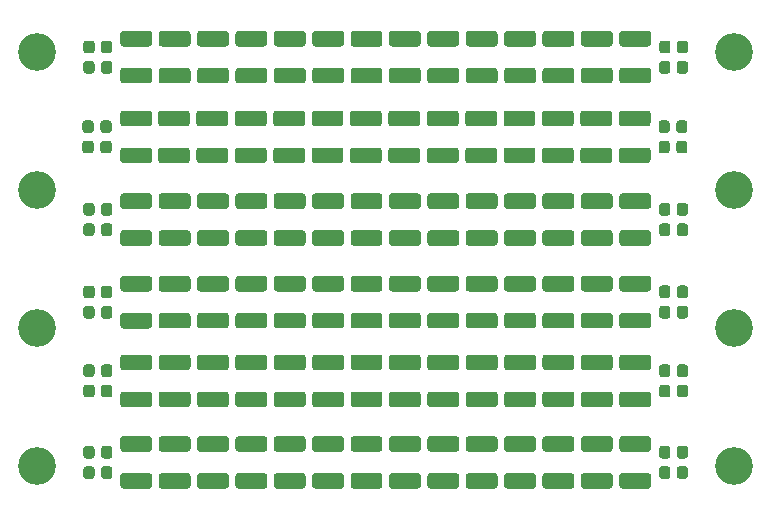
<source format=gts>
G04 #@! TF.GenerationSoftware,KiCad,Pcbnew,5.1.9*
G04 #@! TF.CreationDate,2021-04-12T04:53:29-03:00*
G04 #@! TF.ProjectId,Caps,43617073-2e6b-4696-9361-645f70636258,rev?*
G04 #@! TF.SameCoordinates,Original*
G04 #@! TF.FileFunction,Soldermask,Top*
G04 #@! TF.FilePolarity,Negative*
%FSLAX46Y46*%
G04 Gerber Fmt 4.6, Leading zero omitted, Abs format (unit mm)*
G04 Created by KiCad (PCBNEW 5.1.9) date 2021-04-12 04:53:29*
%MOMM*%
%LPD*%
G01*
G04 APERTURE LIST*
%ADD10C,3.200000*%
G04 APERTURE END LIST*
D10*
X177500000Y-84000000D03*
X118500000Y-84000000D03*
X177500000Y-95666666D03*
X118500000Y-119000000D03*
X177500000Y-107333332D03*
X118500000Y-107333332D03*
X177500000Y-119000000D03*
X118500000Y-95666666D03*
G36*
G01*
X124087517Y-91480000D02*
X124562517Y-91480000D01*
G75*
G02*
X124800017Y-91717500I0J-237500D01*
G01*
X124800017Y-92317500D01*
G75*
G02*
X124562517Y-92555000I-237500J0D01*
G01*
X124087517Y-92555000D01*
G75*
G02*
X123850017Y-92317500I0J237500D01*
G01*
X123850017Y-91717500D01*
G75*
G02*
X124087517Y-91480000I237500J0D01*
G01*
G37*
G36*
G01*
X124087517Y-89755000D02*
X124562517Y-89755000D01*
G75*
G02*
X124800017Y-89992500I0J-237500D01*
G01*
X124800017Y-90592500D01*
G75*
G02*
X124562517Y-90830000I-237500J0D01*
G01*
X124087517Y-90830000D01*
G75*
G02*
X123850017Y-90592500I0J237500D01*
G01*
X123850017Y-89992500D01*
G75*
G02*
X124087517Y-89755000I237500J0D01*
G01*
G37*
G36*
G01*
X122562500Y-91475000D02*
X123037500Y-91475000D01*
G75*
G02*
X123275000Y-91712500I0J-237500D01*
G01*
X123275000Y-92312500D01*
G75*
G02*
X123037500Y-92550000I-237500J0D01*
G01*
X122562500Y-92550000D01*
G75*
G02*
X122325000Y-92312500I0J237500D01*
G01*
X122325000Y-91712500D01*
G75*
G02*
X122562500Y-91475000I237500J0D01*
G01*
G37*
G36*
G01*
X122562500Y-89750000D02*
X123037500Y-89750000D01*
G75*
G02*
X123275000Y-89987500I0J-237500D01*
G01*
X123275000Y-90587500D01*
G75*
G02*
X123037500Y-90825000I-237500J0D01*
G01*
X122562500Y-90825000D01*
G75*
G02*
X122325000Y-90587500I0J237500D01*
G01*
X122325000Y-89987500D01*
G75*
G02*
X122562500Y-89750000I237500J0D01*
G01*
G37*
G36*
G01*
X145275011Y-106045000D02*
X147475017Y-106045000D01*
G75*
G02*
X147725014Y-106294997I0J-249997D01*
G01*
X147725014Y-107120003D01*
G75*
G02*
X147475017Y-107370000I-249997J0D01*
G01*
X145275011Y-107370000D01*
G75*
G02*
X145025014Y-107120003I0J249997D01*
G01*
X145025014Y-106294997D01*
G75*
G02*
X145275011Y-106045000I249997J0D01*
G01*
G37*
G36*
G01*
X145275011Y-102920000D02*
X147475017Y-102920000D01*
G75*
G02*
X147725014Y-103169997I0J-249997D01*
G01*
X147725014Y-103995003D01*
G75*
G02*
X147475017Y-104245000I-249997J0D01*
G01*
X145275011Y-104245000D01*
G75*
G02*
X145025014Y-103995003I0J249997D01*
G01*
X145025014Y-103169997D01*
G75*
G02*
X145275011Y-102920000I249997J0D01*
G01*
G37*
G36*
G01*
X128975013Y-92055000D02*
X131175019Y-92055000D01*
G75*
G02*
X131425016Y-92304997I0J-249997D01*
G01*
X131425016Y-93130003D01*
G75*
G02*
X131175019Y-93380000I-249997J0D01*
G01*
X128975013Y-93380000D01*
G75*
G02*
X128725016Y-93130003I0J249997D01*
G01*
X128725016Y-92304997D01*
G75*
G02*
X128975013Y-92055000I249997J0D01*
G01*
G37*
G36*
G01*
X128975013Y-88930000D02*
X131175019Y-88930000D01*
G75*
G02*
X131425016Y-89179997I0J-249997D01*
G01*
X131425016Y-90005003D01*
G75*
G02*
X131175019Y-90255000I-249997J0D01*
G01*
X128975013Y-90255000D01*
G75*
G02*
X128725016Y-90005003I0J249997D01*
G01*
X128725016Y-89179997D01*
G75*
G02*
X128975013Y-88930000I249997J0D01*
G01*
G37*
G36*
G01*
X142025021Y-106045000D02*
X144225027Y-106045000D01*
G75*
G02*
X144475024Y-106294997I0J-249997D01*
G01*
X144475024Y-107120003D01*
G75*
G02*
X144225027Y-107370000I-249997J0D01*
G01*
X142025021Y-107370000D01*
G75*
G02*
X141775024Y-107120003I0J249997D01*
G01*
X141775024Y-106294997D01*
G75*
G02*
X142025021Y-106045000I249997J0D01*
G01*
G37*
G36*
G01*
X142025021Y-102920000D02*
X144225027Y-102920000D01*
G75*
G02*
X144475024Y-103169997I0J-249997D01*
G01*
X144475024Y-103995003D01*
G75*
G02*
X144225027Y-104245000I-249997J0D01*
G01*
X142025021Y-104245000D01*
G75*
G02*
X141775024Y-103995003I0J249997D01*
G01*
X141775024Y-103169997D01*
G75*
G02*
X142025021Y-102920000I249997J0D01*
G01*
G37*
G36*
G01*
X141975009Y-92055000D02*
X144175015Y-92055000D01*
G75*
G02*
X144425012Y-92304997I0J-249997D01*
G01*
X144425012Y-93130003D01*
G75*
G02*
X144175015Y-93380000I-249997J0D01*
G01*
X141975009Y-93380000D01*
G75*
G02*
X141725012Y-93130003I0J249997D01*
G01*
X141725012Y-92304997D01*
G75*
G02*
X141975009Y-92055000I249997J0D01*
G01*
G37*
G36*
G01*
X141975009Y-88930000D02*
X144175015Y-88930000D01*
G75*
G02*
X144425012Y-89179997I0J-249997D01*
G01*
X144425012Y-90005003D01*
G75*
G02*
X144175015Y-90255000I-249997J0D01*
G01*
X141975009Y-90255000D01*
G75*
G02*
X141725012Y-90005003I0J249997D01*
G01*
X141725012Y-89179997D01*
G75*
G02*
X141975009Y-88930000I249997J0D01*
G01*
G37*
G36*
G01*
X135475011Y-92055000D02*
X137675017Y-92055000D01*
G75*
G02*
X137925014Y-92304997I0J-249997D01*
G01*
X137925014Y-93130003D01*
G75*
G02*
X137675017Y-93380000I-249997J0D01*
G01*
X135475011Y-93380000D01*
G75*
G02*
X135225014Y-93130003I0J249997D01*
G01*
X135225014Y-92304997D01*
G75*
G02*
X135475011Y-92055000I249997J0D01*
G01*
G37*
G36*
G01*
X135475011Y-88930000D02*
X137675017Y-88930000D01*
G75*
G02*
X137925014Y-89179997I0J-249997D01*
G01*
X137925014Y-90005003D01*
G75*
G02*
X137675017Y-90255000I-249997J0D01*
G01*
X135475011Y-90255000D01*
G75*
G02*
X135225014Y-90005003I0J249997D01*
G01*
X135225014Y-89179997D01*
G75*
G02*
X135475011Y-88930000I249997J0D01*
G01*
G37*
G36*
G01*
X135525025Y-106045000D02*
X137725031Y-106045000D01*
G75*
G02*
X137975028Y-106294997I0J-249997D01*
G01*
X137975028Y-107120003D01*
G75*
G02*
X137725031Y-107370000I-249997J0D01*
G01*
X135525025Y-107370000D01*
G75*
G02*
X135275028Y-107120003I0J249997D01*
G01*
X135275028Y-106294997D01*
G75*
G02*
X135525025Y-106045000I249997J0D01*
G01*
G37*
G36*
G01*
X135525025Y-102920000D02*
X137725031Y-102920000D01*
G75*
G02*
X137975028Y-103169997I0J-249997D01*
G01*
X137975028Y-103995003D01*
G75*
G02*
X137725031Y-104245000I-249997J0D01*
G01*
X135525025Y-104245000D01*
G75*
G02*
X135275028Y-103995003I0J249997D01*
G01*
X135275028Y-103169997D01*
G75*
G02*
X135525025Y-102920000I249997J0D01*
G01*
G37*
G36*
G01*
X151725002Y-92055000D02*
X153925008Y-92055000D01*
G75*
G02*
X154175005Y-92304997I0J-249997D01*
G01*
X154175005Y-93130003D01*
G75*
G02*
X153925008Y-93380000I-249997J0D01*
G01*
X151725002Y-93380000D01*
G75*
G02*
X151475005Y-93130003I0J249997D01*
G01*
X151475005Y-92304997D01*
G75*
G02*
X151725002Y-92055000I249997J0D01*
G01*
G37*
G36*
G01*
X151725002Y-88930000D02*
X153925008Y-88930000D01*
G75*
G02*
X154175005Y-89179997I0J-249997D01*
G01*
X154175005Y-90005003D01*
G75*
G02*
X153925008Y-90255000I-249997J0D01*
G01*
X151725002Y-90255000D01*
G75*
G02*
X151475005Y-90005003I0J249997D01*
G01*
X151475005Y-89179997D01*
G75*
G02*
X151725002Y-88930000I249997J0D01*
G01*
G37*
G36*
G01*
X125774997Y-106050000D02*
X127975003Y-106050000D01*
G75*
G02*
X128225000Y-106299997I0J-249997D01*
G01*
X128225000Y-107125003D01*
G75*
G02*
X127975003Y-107375000I-249997J0D01*
G01*
X125774997Y-107375000D01*
G75*
G02*
X125525000Y-107125003I0J249997D01*
G01*
X125525000Y-106299997D01*
G75*
G02*
X125774997Y-106050000I249997J0D01*
G01*
G37*
G36*
G01*
X125774997Y-102925000D02*
X127975003Y-102925000D01*
G75*
G02*
X128225000Y-103174997I0J-249997D01*
G01*
X128225000Y-104000003D01*
G75*
G02*
X127975003Y-104250000I-249997J0D01*
G01*
X125774997Y-104250000D01*
G75*
G02*
X125525000Y-104000003I0J249997D01*
G01*
X125525000Y-103174997D01*
G75*
G02*
X125774997Y-102925000I249997J0D01*
G01*
G37*
G36*
G01*
X125774997Y-92050000D02*
X127975003Y-92050000D01*
G75*
G02*
X128225000Y-92299997I0J-249997D01*
G01*
X128225000Y-93125003D01*
G75*
G02*
X127975003Y-93375000I-249997J0D01*
G01*
X125774997Y-93375000D01*
G75*
G02*
X125525000Y-93125003I0J249997D01*
G01*
X125525000Y-92299997D01*
G75*
G02*
X125774997Y-92050000I249997J0D01*
G01*
G37*
G36*
G01*
X125774997Y-88925000D02*
X127975003Y-88925000D01*
G75*
G02*
X128225000Y-89174997I0J-249997D01*
G01*
X128225000Y-90000003D01*
G75*
G02*
X127975003Y-90250000I-249997J0D01*
G01*
X125774997Y-90250000D01*
G75*
G02*
X125525000Y-90000003I0J249997D01*
G01*
X125525000Y-89174997D01*
G75*
G02*
X125774997Y-88925000I249997J0D01*
G01*
G37*
G36*
G01*
X145225004Y-92055000D02*
X147425010Y-92055000D01*
G75*
G02*
X147675007Y-92304997I0J-249997D01*
G01*
X147675007Y-93130003D01*
G75*
G02*
X147425010Y-93380000I-249997J0D01*
G01*
X145225004Y-93380000D01*
G75*
G02*
X144975007Y-93130003I0J249997D01*
G01*
X144975007Y-92304997D01*
G75*
G02*
X145225004Y-92055000I249997J0D01*
G01*
G37*
G36*
G01*
X145225004Y-88930000D02*
X147425010Y-88930000D01*
G75*
G02*
X147675007Y-89179997I0J-249997D01*
G01*
X147675007Y-90005003D01*
G75*
G02*
X147425010Y-90255000I-249997J0D01*
G01*
X145225004Y-90255000D01*
G75*
G02*
X144975007Y-90005003I0J249997D01*
G01*
X144975007Y-89179997D01*
G75*
G02*
X145225004Y-88930000I249997J0D01*
G01*
G37*
G36*
G01*
X148475003Y-92055000D02*
X150675009Y-92055000D01*
G75*
G02*
X150925006Y-92304997I0J-249997D01*
G01*
X150925006Y-93130003D01*
G75*
G02*
X150675009Y-93380000I-249997J0D01*
G01*
X148475003Y-93380000D01*
G75*
G02*
X148225006Y-93130003I0J249997D01*
G01*
X148225006Y-92304997D01*
G75*
G02*
X148475003Y-92055000I249997J0D01*
G01*
G37*
G36*
G01*
X148475003Y-88930000D02*
X150675009Y-88930000D01*
G75*
G02*
X150925006Y-89179997I0J-249997D01*
G01*
X150925006Y-90005003D01*
G75*
G02*
X150675009Y-90255000I-249997J0D01*
G01*
X148475003Y-90255000D01*
G75*
G02*
X148225006Y-90005003I0J249997D01*
G01*
X148225006Y-89179997D01*
G75*
G02*
X148475003Y-88930000I249997J0D01*
G01*
G37*
G36*
G01*
X129025029Y-106045000D02*
X131225035Y-106045000D01*
G75*
G02*
X131475032Y-106294997I0J-249997D01*
G01*
X131475032Y-107120003D01*
G75*
G02*
X131225035Y-107370000I-249997J0D01*
G01*
X129025029Y-107370000D01*
G75*
G02*
X128775032Y-107120003I0J249997D01*
G01*
X128775032Y-106294997D01*
G75*
G02*
X129025029Y-106045000I249997J0D01*
G01*
G37*
G36*
G01*
X129025029Y-102920000D02*
X131225035Y-102920000D01*
G75*
G02*
X131475032Y-103169997I0J-249997D01*
G01*
X131475032Y-103995003D01*
G75*
G02*
X131225035Y-104245000I-249997J0D01*
G01*
X129025029Y-104245000D01*
G75*
G02*
X128775032Y-103995003I0J249997D01*
G01*
X128775032Y-103169997D01*
G75*
G02*
X129025029Y-102920000I249997J0D01*
G01*
G37*
G36*
G01*
X155025005Y-106045000D02*
X157225011Y-106045000D01*
G75*
G02*
X157475008Y-106294997I0J-249997D01*
G01*
X157475008Y-107120003D01*
G75*
G02*
X157225011Y-107370000I-249997J0D01*
G01*
X155025005Y-107370000D01*
G75*
G02*
X154775008Y-107120003I0J249997D01*
G01*
X154775008Y-106294997D01*
G75*
G02*
X155025005Y-106045000I249997J0D01*
G01*
G37*
G36*
G01*
X155025005Y-102920000D02*
X157225011Y-102920000D01*
G75*
G02*
X157475008Y-103169997I0J-249997D01*
G01*
X157475008Y-103995003D01*
G75*
G02*
X157225011Y-104245000I-249997J0D01*
G01*
X155025005Y-104245000D01*
G75*
G02*
X154775008Y-103995003I0J249997D01*
G01*
X154775008Y-103169997D01*
G75*
G02*
X155025005Y-102920000I249997J0D01*
G01*
G37*
G36*
G01*
X172887500Y-105457500D02*
X173362500Y-105457500D01*
G75*
G02*
X173600000Y-105695000I0J-237500D01*
G01*
X173600000Y-106295000D01*
G75*
G02*
X173362500Y-106532500I-237500J0D01*
G01*
X172887500Y-106532500D01*
G75*
G02*
X172650000Y-106295000I0J237500D01*
G01*
X172650000Y-105695000D01*
G75*
G02*
X172887500Y-105457500I237500J0D01*
G01*
G37*
G36*
G01*
X172887500Y-103732500D02*
X173362500Y-103732500D01*
G75*
G02*
X173600000Y-103970000I0J-237500D01*
G01*
X173600000Y-104570000D01*
G75*
G02*
X173362500Y-104807500I-237500J0D01*
G01*
X172887500Y-104807500D01*
G75*
G02*
X172650000Y-104570000I0J237500D01*
G01*
X172650000Y-103970000D01*
G75*
G02*
X172887500Y-103732500I237500J0D01*
G01*
G37*
G36*
G01*
X171337517Y-91480000D02*
X171812517Y-91480000D01*
G75*
G02*
X172050017Y-91717500I0J-237500D01*
G01*
X172050017Y-92317500D01*
G75*
G02*
X171812517Y-92555000I-237500J0D01*
G01*
X171337517Y-92555000D01*
G75*
G02*
X171100017Y-92317500I0J237500D01*
G01*
X171100017Y-91717500D01*
G75*
G02*
X171337517Y-91480000I237500J0D01*
G01*
G37*
G36*
G01*
X171337517Y-89755000D02*
X171812517Y-89755000D01*
G75*
G02*
X172050017Y-89992500I0J-237500D01*
G01*
X172050017Y-90592500D01*
G75*
G02*
X171812517Y-90830000I-237500J0D01*
G01*
X171337517Y-90830000D01*
G75*
G02*
X171100017Y-90592500I0J237500D01*
G01*
X171100017Y-89992500D01*
G75*
G02*
X171337517Y-89755000I237500J0D01*
G01*
G37*
G36*
G01*
X122637534Y-105470000D02*
X123112534Y-105470000D01*
G75*
G02*
X123350034Y-105707500I0J-237500D01*
G01*
X123350034Y-106307500D01*
G75*
G02*
X123112534Y-106545000I-237500J0D01*
G01*
X122637534Y-106545000D01*
G75*
G02*
X122400034Y-106307500I0J237500D01*
G01*
X122400034Y-105707500D01*
G75*
G02*
X122637534Y-105470000I237500J0D01*
G01*
G37*
G36*
G01*
X122637534Y-103745000D02*
X123112534Y-103745000D01*
G75*
G02*
X123350034Y-103982500I0J-237500D01*
G01*
X123350034Y-104582500D01*
G75*
G02*
X123112534Y-104820000I-237500J0D01*
G01*
X122637534Y-104820000D01*
G75*
G02*
X122400034Y-104582500I0J237500D01*
G01*
X122400034Y-103982500D01*
G75*
G02*
X122637534Y-103745000I237500J0D01*
G01*
G37*
G36*
G01*
X172837517Y-91480000D02*
X173312517Y-91480000D01*
G75*
G02*
X173550017Y-91717500I0J-237500D01*
G01*
X173550017Y-92317500D01*
G75*
G02*
X173312517Y-92555000I-237500J0D01*
G01*
X172837517Y-92555000D01*
G75*
G02*
X172600017Y-92317500I0J237500D01*
G01*
X172600017Y-91717500D01*
G75*
G02*
X172837517Y-91480000I237500J0D01*
G01*
G37*
G36*
G01*
X172837517Y-89755000D02*
X173312517Y-89755000D01*
G75*
G02*
X173550017Y-89992500I0J-237500D01*
G01*
X173550017Y-90592500D01*
G75*
G02*
X173312517Y-90830000I-237500J0D01*
G01*
X172837517Y-90830000D01*
G75*
G02*
X172600017Y-90592500I0J237500D01*
G01*
X172600017Y-89992500D01*
G75*
G02*
X172837517Y-89755000I237500J0D01*
G01*
G37*
G36*
G01*
X161474999Y-92055000D02*
X163675005Y-92055000D01*
G75*
G02*
X163925002Y-92304997I0J-249997D01*
G01*
X163925002Y-93130003D01*
G75*
G02*
X163675005Y-93380000I-249997J0D01*
G01*
X161474999Y-93380000D01*
G75*
G02*
X161225002Y-93130003I0J249997D01*
G01*
X161225002Y-92304997D01*
G75*
G02*
X161474999Y-92055000I249997J0D01*
G01*
G37*
G36*
G01*
X161474999Y-88930000D02*
X163675005Y-88930000D01*
G75*
G02*
X163925002Y-89179997I0J-249997D01*
G01*
X163925002Y-90005003D01*
G75*
G02*
X163675005Y-90255000I-249997J0D01*
G01*
X161474999Y-90255000D01*
G75*
G02*
X161225002Y-90005003I0J249997D01*
G01*
X161225002Y-89179997D01*
G75*
G02*
X161474999Y-88930000I249997J0D01*
G01*
G37*
G36*
G01*
X164774999Y-106045000D02*
X166975005Y-106045000D01*
G75*
G02*
X167225002Y-106294997I0J-249997D01*
G01*
X167225002Y-107120003D01*
G75*
G02*
X166975005Y-107370000I-249997J0D01*
G01*
X164774999Y-107370000D01*
G75*
G02*
X164525002Y-107120003I0J249997D01*
G01*
X164525002Y-106294997D01*
G75*
G02*
X164774999Y-106045000I249997J0D01*
G01*
G37*
G36*
G01*
X164774999Y-102920000D02*
X166975005Y-102920000D01*
G75*
G02*
X167225002Y-103169997I0J-249997D01*
G01*
X167225002Y-103995003D01*
G75*
G02*
X166975005Y-104245000I-249997J0D01*
G01*
X164774999Y-104245000D01*
G75*
G02*
X164525002Y-103995003I0J249997D01*
G01*
X164525002Y-103169997D01*
G75*
G02*
X164774999Y-102920000I249997J0D01*
G01*
G37*
G36*
G01*
X158275003Y-106045000D02*
X160475009Y-106045000D01*
G75*
G02*
X160725006Y-106294997I0J-249997D01*
G01*
X160725006Y-107120003D01*
G75*
G02*
X160475009Y-107370000I-249997J0D01*
G01*
X158275003Y-107370000D01*
G75*
G02*
X158025006Y-107120003I0J249997D01*
G01*
X158025006Y-106294997D01*
G75*
G02*
X158275003Y-106045000I249997J0D01*
G01*
G37*
G36*
G01*
X158275003Y-102920000D02*
X160475009Y-102920000D01*
G75*
G02*
X160725006Y-103169997I0J-249997D01*
G01*
X160725006Y-103995003D01*
G75*
G02*
X160475009Y-104245000I-249997J0D01*
G01*
X158275003Y-104245000D01*
G75*
G02*
X158025006Y-103995003I0J249997D01*
G01*
X158025006Y-103169997D01*
G75*
G02*
X158275003Y-102920000I249997J0D01*
G01*
G37*
G36*
G01*
X154975001Y-92055000D02*
X157175007Y-92055000D01*
G75*
G02*
X157425004Y-92304997I0J-249997D01*
G01*
X157425004Y-93130003D01*
G75*
G02*
X157175007Y-93380000I-249997J0D01*
G01*
X154975001Y-93380000D01*
G75*
G02*
X154725004Y-93130003I0J249997D01*
G01*
X154725004Y-92304997D01*
G75*
G02*
X154975001Y-92055000I249997J0D01*
G01*
G37*
G36*
G01*
X154975001Y-88930000D02*
X157175007Y-88930000D01*
G75*
G02*
X157425004Y-89179997I0J-249997D01*
G01*
X157425004Y-90005003D01*
G75*
G02*
X157175007Y-90255000I-249997J0D01*
G01*
X154975001Y-90255000D01*
G75*
G02*
X154725004Y-90005003I0J249997D01*
G01*
X154725004Y-89179997D01*
G75*
G02*
X154975001Y-88930000I249997J0D01*
G01*
G37*
G36*
G01*
X132275027Y-106045000D02*
X134475033Y-106045000D01*
G75*
G02*
X134725030Y-106294997I0J-249997D01*
G01*
X134725030Y-107120003D01*
G75*
G02*
X134475033Y-107370000I-249997J0D01*
G01*
X132275027Y-107370000D01*
G75*
G02*
X132025030Y-107120003I0J249997D01*
G01*
X132025030Y-106294997D01*
G75*
G02*
X132275027Y-106045000I249997J0D01*
G01*
G37*
G36*
G01*
X132275027Y-102920000D02*
X134475033Y-102920000D01*
G75*
G02*
X134725030Y-103169997I0J-249997D01*
G01*
X134725030Y-103995003D01*
G75*
G02*
X134475033Y-104245000I-249997J0D01*
G01*
X132275027Y-104245000D01*
G75*
G02*
X132025030Y-103995003I0J249997D01*
G01*
X132025030Y-103169997D01*
G75*
G02*
X132275027Y-102920000I249997J0D01*
G01*
G37*
G36*
G01*
X158225000Y-92055000D02*
X160425006Y-92055000D01*
G75*
G02*
X160675003Y-92304997I0J-249997D01*
G01*
X160675003Y-93130003D01*
G75*
G02*
X160425006Y-93380000I-249997J0D01*
G01*
X158225000Y-93380000D01*
G75*
G02*
X157975003Y-93130003I0J249997D01*
G01*
X157975003Y-92304997D01*
G75*
G02*
X158225000Y-92055000I249997J0D01*
G01*
G37*
G36*
G01*
X158225000Y-88930000D02*
X160425006Y-88930000D01*
G75*
G02*
X160675003Y-89179997I0J-249997D01*
G01*
X160675003Y-90005003D01*
G75*
G02*
X160425006Y-90255000I-249997J0D01*
G01*
X158225000Y-90255000D01*
G75*
G02*
X157975003Y-90005003I0J249997D01*
G01*
X157975003Y-89179997D01*
G75*
G02*
X158225000Y-88930000I249997J0D01*
G01*
G37*
G36*
G01*
X161525001Y-106045000D02*
X163725007Y-106045000D01*
G75*
G02*
X163975004Y-106294997I0J-249997D01*
G01*
X163975004Y-107120003D01*
G75*
G02*
X163725007Y-107370000I-249997J0D01*
G01*
X161525001Y-107370000D01*
G75*
G02*
X161275004Y-107120003I0J249997D01*
G01*
X161275004Y-106294997D01*
G75*
G02*
X161525001Y-106045000I249997J0D01*
G01*
G37*
G36*
G01*
X161525001Y-102920000D02*
X163725007Y-102920000D01*
G75*
G02*
X163975004Y-103169997I0J-249997D01*
G01*
X163975004Y-103995003D01*
G75*
G02*
X163725007Y-104245000I-249997J0D01*
G01*
X161525001Y-104245000D01*
G75*
G02*
X161275004Y-103995003I0J249997D01*
G01*
X161275004Y-103169997D01*
G75*
G02*
X161525001Y-102920000I249997J0D01*
G01*
G37*
G36*
G01*
X164724998Y-92055000D02*
X166925004Y-92055000D01*
G75*
G02*
X167175001Y-92304997I0J-249997D01*
G01*
X167175001Y-93130003D01*
G75*
G02*
X166925004Y-93380000I-249997J0D01*
G01*
X164724998Y-93380000D01*
G75*
G02*
X164475001Y-93130003I0J249997D01*
G01*
X164475001Y-92304997D01*
G75*
G02*
X164724998Y-92055000I249997J0D01*
G01*
G37*
G36*
G01*
X164724998Y-88930000D02*
X166925004Y-88930000D01*
G75*
G02*
X167175001Y-89179997I0J-249997D01*
G01*
X167175001Y-90005003D01*
G75*
G02*
X166925004Y-90255000I-249997J0D01*
G01*
X164724998Y-90255000D01*
G75*
G02*
X164475001Y-90005003I0J249997D01*
G01*
X164475001Y-89179997D01*
G75*
G02*
X164724998Y-88930000I249997J0D01*
G01*
G37*
G36*
G01*
X138775023Y-106045000D02*
X140975029Y-106045000D01*
G75*
G02*
X141225026Y-106294997I0J-249997D01*
G01*
X141225026Y-107120003D01*
G75*
G02*
X140975029Y-107370000I-249997J0D01*
G01*
X138775023Y-107370000D01*
G75*
G02*
X138525026Y-107120003I0J249997D01*
G01*
X138525026Y-106294997D01*
G75*
G02*
X138775023Y-106045000I249997J0D01*
G01*
G37*
G36*
G01*
X138775023Y-102920000D02*
X140975029Y-102920000D01*
G75*
G02*
X141225026Y-103169997I0J-249997D01*
G01*
X141225026Y-103995003D01*
G75*
G02*
X140975029Y-104245000I-249997J0D01*
G01*
X138775023Y-104245000D01*
G75*
G02*
X138525026Y-103995003I0J249997D01*
G01*
X138525026Y-103169997D01*
G75*
G02*
X138775023Y-102920000I249997J0D01*
G01*
G37*
G36*
G01*
X168024997Y-106045000D02*
X170225003Y-106045000D01*
G75*
G02*
X170475000Y-106294997I0J-249997D01*
G01*
X170475000Y-107120003D01*
G75*
G02*
X170225003Y-107370000I-249997J0D01*
G01*
X168024997Y-107370000D01*
G75*
G02*
X167775000Y-107120003I0J249997D01*
G01*
X167775000Y-106294997D01*
G75*
G02*
X168024997Y-106045000I249997J0D01*
G01*
G37*
G36*
G01*
X168024997Y-102920000D02*
X170225003Y-102920000D01*
G75*
G02*
X170475000Y-103169997I0J-249997D01*
G01*
X170475000Y-103995003D01*
G75*
G02*
X170225003Y-104245000I-249997J0D01*
G01*
X168024997Y-104245000D01*
G75*
G02*
X167775000Y-103995003I0J249997D01*
G01*
X167775000Y-103169997D01*
G75*
G02*
X168024997Y-102920000I249997J0D01*
G01*
G37*
G36*
G01*
X167974997Y-92055000D02*
X170175003Y-92055000D01*
G75*
G02*
X170425000Y-92304997I0J-249997D01*
G01*
X170425000Y-93130003D01*
G75*
G02*
X170175003Y-93380000I-249997J0D01*
G01*
X167974997Y-93380000D01*
G75*
G02*
X167725000Y-93130003I0J249997D01*
G01*
X167725000Y-92304997D01*
G75*
G02*
X167974997Y-92055000I249997J0D01*
G01*
G37*
G36*
G01*
X167974997Y-88930000D02*
X170175003Y-88930000D01*
G75*
G02*
X170425000Y-89179997I0J-249997D01*
G01*
X170425000Y-90005003D01*
G75*
G02*
X170175003Y-90255000I-249997J0D01*
G01*
X167974997Y-90255000D01*
G75*
G02*
X167725000Y-90005003I0J249997D01*
G01*
X167725000Y-89179997D01*
G75*
G02*
X167974997Y-88930000I249997J0D01*
G01*
G37*
G36*
G01*
X132225012Y-92055000D02*
X134425018Y-92055000D01*
G75*
G02*
X134675015Y-92304997I0J-249997D01*
G01*
X134675015Y-93130003D01*
G75*
G02*
X134425018Y-93380000I-249997J0D01*
G01*
X132225012Y-93380000D01*
G75*
G02*
X131975015Y-93130003I0J249997D01*
G01*
X131975015Y-92304997D01*
G75*
G02*
X132225012Y-92055000I249997J0D01*
G01*
G37*
G36*
G01*
X132225012Y-88930000D02*
X134425018Y-88930000D01*
G75*
G02*
X134675015Y-89179997I0J-249997D01*
G01*
X134675015Y-90005003D01*
G75*
G02*
X134425018Y-90255000I-249997J0D01*
G01*
X132225012Y-90255000D01*
G75*
G02*
X131975015Y-90005003I0J249997D01*
G01*
X131975015Y-89179997D01*
G75*
G02*
X132225012Y-88930000I249997J0D01*
G01*
G37*
G36*
G01*
X148525009Y-106045000D02*
X150725015Y-106045000D01*
G75*
G02*
X150975012Y-106294997I0J-249997D01*
G01*
X150975012Y-107120003D01*
G75*
G02*
X150725015Y-107370000I-249997J0D01*
G01*
X148525009Y-107370000D01*
G75*
G02*
X148275012Y-107120003I0J249997D01*
G01*
X148275012Y-106294997D01*
G75*
G02*
X148525009Y-106045000I249997J0D01*
G01*
G37*
G36*
G01*
X148525009Y-102920000D02*
X150725015Y-102920000D01*
G75*
G02*
X150975012Y-103169997I0J-249997D01*
G01*
X150975012Y-103995003D01*
G75*
G02*
X150725015Y-104245000I-249997J0D01*
G01*
X148525009Y-104245000D01*
G75*
G02*
X148275012Y-103995003I0J249997D01*
G01*
X148275012Y-103169997D01*
G75*
G02*
X148525009Y-102920000I249997J0D01*
G01*
G37*
G36*
G01*
X151775007Y-106045000D02*
X153975013Y-106045000D01*
G75*
G02*
X154225010Y-106294997I0J-249997D01*
G01*
X154225010Y-107120003D01*
G75*
G02*
X153975013Y-107370000I-249997J0D01*
G01*
X151775007Y-107370000D01*
G75*
G02*
X151525010Y-107120003I0J249997D01*
G01*
X151525010Y-106294997D01*
G75*
G02*
X151775007Y-106045000I249997J0D01*
G01*
G37*
G36*
G01*
X151775007Y-102920000D02*
X153975013Y-102920000D01*
G75*
G02*
X154225010Y-103169997I0J-249997D01*
G01*
X154225010Y-103995003D01*
G75*
G02*
X153975013Y-104245000I-249997J0D01*
G01*
X151775007Y-104245000D01*
G75*
G02*
X151525010Y-103995003I0J249997D01*
G01*
X151525010Y-103169997D01*
G75*
G02*
X151775007Y-102920000I249997J0D01*
G01*
G37*
G36*
G01*
X138725010Y-92055000D02*
X140925016Y-92055000D01*
G75*
G02*
X141175013Y-92304997I0J-249997D01*
G01*
X141175013Y-93130003D01*
G75*
G02*
X140925016Y-93380000I-249997J0D01*
G01*
X138725010Y-93380000D01*
G75*
G02*
X138475013Y-93130003I0J249997D01*
G01*
X138475013Y-92304997D01*
G75*
G02*
X138725010Y-92055000I249997J0D01*
G01*
G37*
G36*
G01*
X138725010Y-88930000D02*
X140925016Y-88930000D01*
G75*
G02*
X141175013Y-89179997I0J-249997D01*
G01*
X141175013Y-90005003D01*
G75*
G02*
X140925016Y-90255000I-249997J0D01*
G01*
X138725010Y-90255000D01*
G75*
G02*
X138475013Y-90005003I0J249997D01*
G01*
X138475013Y-89179997D01*
G75*
G02*
X138725010Y-88930000I249997J0D01*
G01*
G37*
G36*
G01*
X124137534Y-105470000D02*
X124612534Y-105470000D01*
G75*
G02*
X124850034Y-105707500I0J-237500D01*
G01*
X124850034Y-106307500D01*
G75*
G02*
X124612534Y-106545000I-237500J0D01*
G01*
X124137534Y-106545000D01*
G75*
G02*
X123900034Y-106307500I0J237500D01*
G01*
X123900034Y-105707500D01*
G75*
G02*
X124137534Y-105470000I237500J0D01*
G01*
G37*
G36*
G01*
X124137534Y-103745000D02*
X124612534Y-103745000D01*
G75*
G02*
X124850034Y-103982500I0J-237500D01*
G01*
X124850034Y-104582500D01*
G75*
G02*
X124612534Y-104820000I-237500J0D01*
G01*
X124137534Y-104820000D01*
G75*
G02*
X123900034Y-104582500I0J237500D01*
G01*
X123900034Y-103982500D01*
G75*
G02*
X124137534Y-103745000I237500J0D01*
G01*
G37*
G36*
G01*
X171387500Y-105457500D02*
X171862500Y-105457500D01*
G75*
G02*
X172100000Y-105695000I0J-237500D01*
G01*
X172100000Y-106295000D01*
G75*
G02*
X171862500Y-106532500I-237500J0D01*
G01*
X171387500Y-106532500D01*
G75*
G02*
X171150000Y-106295000I0J237500D01*
G01*
X171150000Y-105695000D01*
G75*
G02*
X171387500Y-105457500I237500J0D01*
G01*
G37*
G36*
G01*
X171387500Y-103732500D02*
X171862500Y-103732500D01*
G75*
G02*
X172100000Y-103970000I0J-237500D01*
G01*
X172100000Y-104570000D01*
G75*
G02*
X171862500Y-104807500I-237500J0D01*
G01*
X171387500Y-104807500D01*
G75*
G02*
X171150000Y-104570000I0J237500D01*
G01*
X171150000Y-103970000D01*
G75*
G02*
X171387500Y-103732500I237500J0D01*
G01*
G37*
G36*
G01*
X122637500Y-119037500D02*
X123112500Y-119037500D01*
G75*
G02*
X123350000Y-119275000I0J-237500D01*
G01*
X123350000Y-119875000D01*
G75*
G02*
X123112500Y-120112500I-237500J0D01*
G01*
X122637500Y-120112500D01*
G75*
G02*
X122400000Y-119875000I0J237500D01*
G01*
X122400000Y-119275000D01*
G75*
G02*
X122637500Y-119037500I237500J0D01*
G01*
G37*
G36*
G01*
X122637500Y-117312500D02*
X123112500Y-117312500D01*
G75*
G02*
X123350000Y-117550000I0J-237500D01*
G01*
X123350000Y-118150000D01*
G75*
G02*
X123112500Y-118387500I-237500J0D01*
G01*
X122637500Y-118387500D01*
G75*
G02*
X122400000Y-118150000I0J237500D01*
G01*
X122400000Y-117550000D01*
G75*
G02*
X122637500Y-117312500I237500J0D01*
G01*
G37*
G36*
G01*
X172887500Y-119037500D02*
X173362500Y-119037500D01*
G75*
G02*
X173600000Y-119275000I0J-237500D01*
G01*
X173600000Y-119875000D01*
G75*
G02*
X173362500Y-120112500I-237500J0D01*
G01*
X172887500Y-120112500D01*
G75*
G02*
X172650000Y-119875000I0J237500D01*
G01*
X172650000Y-119275000D01*
G75*
G02*
X172887500Y-119037500I237500J0D01*
G01*
G37*
G36*
G01*
X172887500Y-117312500D02*
X173362500Y-117312500D01*
G75*
G02*
X173600000Y-117550000I0J-237500D01*
G01*
X173600000Y-118150000D01*
G75*
G02*
X173362500Y-118387500I-237500J0D01*
G01*
X172887500Y-118387500D01*
G75*
G02*
X172650000Y-118150000I0J237500D01*
G01*
X172650000Y-117550000D01*
G75*
G02*
X172887500Y-117312500I237500J0D01*
G01*
G37*
G36*
G01*
X124137500Y-119037500D02*
X124612500Y-119037500D01*
G75*
G02*
X124850000Y-119275000I0J-237500D01*
G01*
X124850000Y-119875000D01*
G75*
G02*
X124612500Y-120112500I-237500J0D01*
G01*
X124137500Y-120112500D01*
G75*
G02*
X123900000Y-119875000I0J237500D01*
G01*
X123900000Y-119275000D01*
G75*
G02*
X124137500Y-119037500I237500J0D01*
G01*
G37*
G36*
G01*
X124137500Y-117312500D02*
X124612500Y-117312500D01*
G75*
G02*
X124850000Y-117550000I0J-237500D01*
G01*
X124850000Y-118150000D01*
G75*
G02*
X124612500Y-118387500I-237500J0D01*
G01*
X124137500Y-118387500D01*
G75*
G02*
X123900000Y-118150000I0J237500D01*
G01*
X123900000Y-117550000D01*
G75*
G02*
X124137500Y-117312500I237500J0D01*
G01*
G37*
G36*
G01*
X168024997Y-119612500D02*
X170225003Y-119612500D01*
G75*
G02*
X170475000Y-119862497I0J-249997D01*
G01*
X170475000Y-120687503D01*
G75*
G02*
X170225003Y-120937500I-249997J0D01*
G01*
X168024997Y-120937500D01*
G75*
G02*
X167775000Y-120687503I0J249997D01*
G01*
X167775000Y-119862497D01*
G75*
G02*
X168024997Y-119612500I249997J0D01*
G01*
G37*
G36*
G01*
X168024997Y-116487500D02*
X170225003Y-116487500D01*
G75*
G02*
X170475000Y-116737497I0J-249997D01*
G01*
X170475000Y-117562503D01*
G75*
G02*
X170225003Y-117812500I-249997J0D01*
G01*
X168024997Y-117812500D01*
G75*
G02*
X167775000Y-117562503I0J249997D01*
G01*
X167775000Y-116737497D01*
G75*
G02*
X168024997Y-116487500I249997J0D01*
G01*
G37*
G36*
G01*
X138774997Y-119612500D02*
X140975003Y-119612500D01*
G75*
G02*
X141225000Y-119862497I0J-249997D01*
G01*
X141225000Y-120687503D01*
G75*
G02*
X140975003Y-120937500I-249997J0D01*
G01*
X138774997Y-120937500D01*
G75*
G02*
X138525000Y-120687503I0J249997D01*
G01*
X138525000Y-119862497D01*
G75*
G02*
X138774997Y-119612500I249997J0D01*
G01*
G37*
G36*
G01*
X138774997Y-116487500D02*
X140975003Y-116487500D01*
G75*
G02*
X141225000Y-116737497I0J-249997D01*
G01*
X141225000Y-117562503D01*
G75*
G02*
X140975003Y-117812500I-249997J0D01*
G01*
X138774997Y-117812500D01*
G75*
G02*
X138525000Y-117562503I0J249997D01*
G01*
X138525000Y-116737497D01*
G75*
G02*
X138774997Y-116487500I249997J0D01*
G01*
G37*
G36*
G01*
X125774997Y-119612500D02*
X127975003Y-119612500D01*
G75*
G02*
X128225000Y-119862497I0J-249997D01*
G01*
X128225000Y-120687503D01*
G75*
G02*
X127975003Y-120937500I-249997J0D01*
G01*
X125774997Y-120937500D01*
G75*
G02*
X125525000Y-120687503I0J249997D01*
G01*
X125525000Y-119862497D01*
G75*
G02*
X125774997Y-119612500I249997J0D01*
G01*
G37*
G36*
G01*
X125774997Y-116487500D02*
X127975003Y-116487500D01*
G75*
G02*
X128225000Y-116737497I0J-249997D01*
G01*
X128225000Y-117562503D01*
G75*
G02*
X127975003Y-117812500I-249997J0D01*
G01*
X125774997Y-117812500D01*
G75*
G02*
X125525000Y-117562503I0J249997D01*
G01*
X125525000Y-116737497D01*
G75*
G02*
X125774997Y-116487500I249997J0D01*
G01*
G37*
G36*
G01*
X148524997Y-119612500D02*
X150725003Y-119612500D01*
G75*
G02*
X150975000Y-119862497I0J-249997D01*
G01*
X150975000Y-120687503D01*
G75*
G02*
X150725003Y-120937500I-249997J0D01*
G01*
X148524997Y-120937500D01*
G75*
G02*
X148275000Y-120687503I0J249997D01*
G01*
X148275000Y-119862497D01*
G75*
G02*
X148524997Y-119612500I249997J0D01*
G01*
G37*
G36*
G01*
X148524997Y-116487500D02*
X150725003Y-116487500D01*
G75*
G02*
X150975000Y-116737497I0J-249997D01*
G01*
X150975000Y-117562503D01*
G75*
G02*
X150725003Y-117812500I-249997J0D01*
G01*
X148524997Y-117812500D01*
G75*
G02*
X148275000Y-117562503I0J249997D01*
G01*
X148275000Y-116737497D01*
G75*
G02*
X148524997Y-116487500I249997J0D01*
G01*
G37*
G36*
G01*
X129024997Y-119612500D02*
X131225003Y-119612500D01*
G75*
G02*
X131475000Y-119862497I0J-249997D01*
G01*
X131475000Y-120687503D01*
G75*
G02*
X131225003Y-120937500I-249997J0D01*
G01*
X129024997Y-120937500D01*
G75*
G02*
X128775000Y-120687503I0J249997D01*
G01*
X128775000Y-119862497D01*
G75*
G02*
X129024997Y-119612500I249997J0D01*
G01*
G37*
G36*
G01*
X129024997Y-116487500D02*
X131225003Y-116487500D01*
G75*
G02*
X131475000Y-116737497I0J-249997D01*
G01*
X131475000Y-117562503D01*
G75*
G02*
X131225003Y-117812500I-249997J0D01*
G01*
X129024997Y-117812500D01*
G75*
G02*
X128775000Y-117562503I0J249997D01*
G01*
X128775000Y-116737497D01*
G75*
G02*
X129024997Y-116487500I249997J0D01*
G01*
G37*
G36*
G01*
X158274997Y-119612500D02*
X160475003Y-119612500D01*
G75*
G02*
X160725000Y-119862497I0J-249997D01*
G01*
X160725000Y-120687503D01*
G75*
G02*
X160475003Y-120937500I-249997J0D01*
G01*
X158274997Y-120937500D01*
G75*
G02*
X158025000Y-120687503I0J249997D01*
G01*
X158025000Y-119862497D01*
G75*
G02*
X158274997Y-119612500I249997J0D01*
G01*
G37*
G36*
G01*
X158274997Y-116487500D02*
X160475003Y-116487500D01*
G75*
G02*
X160725000Y-116737497I0J-249997D01*
G01*
X160725000Y-117562503D01*
G75*
G02*
X160475003Y-117812500I-249997J0D01*
G01*
X158274997Y-117812500D01*
G75*
G02*
X158025000Y-117562503I0J249997D01*
G01*
X158025000Y-116737497D01*
G75*
G02*
X158274997Y-116487500I249997J0D01*
G01*
G37*
G36*
G01*
X155024997Y-119612500D02*
X157225003Y-119612500D01*
G75*
G02*
X157475000Y-119862497I0J-249997D01*
G01*
X157475000Y-120687503D01*
G75*
G02*
X157225003Y-120937500I-249997J0D01*
G01*
X155024997Y-120937500D01*
G75*
G02*
X154775000Y-120687503I0J249997D01*
G01*
X154775000Y-119862497D01*
G75*
G02*
X155024997Y-119612500I249997J0D01*
G01*
G37*
G36*
G01*
X155024997Y-116487500D02*
X157225003Y-116487500D01*
G75*
G02*
X157475000Y-116737497I0J-249997D01*
G01*
X157475000Y-117562503D01*
G75*
G02*
X157225003Y-117812500I-249997J0D01*
G01*
X155024997Y-117812500D01*
G75*
G02*
X154775000Y-117562503I0J249997D01*
G01*
X154775000Y-116737497D01*
G75*
G02*
X155024997Y-116487500I249997J0D01*
G01*
G37*
G36*
G01*
X145274997Y-119612500D02*
X147475003Y-119612500D01*
G75*
G02*
X147725000Y-119862497I0J-249997D01*
G01*
X147725000Y-120687503D01*
G75*
G02*
X147475003Y-120937500I-249997J0D01*
G01*
X145274997Y-120937500D01*
G75*
G02*
X145025000Y-120687503I0J249997D01*
G01*
X145025000Y-119862497D01*
G75*
G02*
X145274997Y-119612500I249997J0D01*
G01*
G37*
G36*
G01*
X145274997Y-116487500D02*
X147475003Y-116487500D01*
G75*
G02*
X147725000Y-116737497I0J-249997D01*
G01*
X147725000Y-117562503D01*
G75*
G02*
X147475003Y-117812500I-249997J0D01*
G01*
X145274997Y-117812500D01*
G75*
G02*
X145025000Y-117562503I0J249997D01*
G01*
X145025000Y-116737497D01*
G75*
G02*
X145274997Y-116487500I249997J0D01*
G01*
G37*
G36*
G01*
X135524997Y-119612500D02*
X137725003Y-119612500D01*
G75*
G02*
X137975000Y-119862497I0J-249997D01*
G01*
X137975000Y-120687503D01*
G75*
G02*
X137725003Y-120937500I-249997J0D01*
G01*
X135524997Y-120937500D01*
G75*
G02*
X135275000Y-120687503I0J249997D01*
G01*
X135275000Y-119862497D01*
G75*
G02*
X135524997Y-119612500I249997J0D01*
G01*
G37*
G36*
G01*
X135524997Y-116487500D02*
X137725003Y-116487500D01*
G75*
G02*
X137975000Y-116737497I0J-249997D01*
G01*
X137975000Y-117562503D01*
G75*
G02*
X137725003Y-117812500I-249997J0D01*
G01*
X135524997Y-117812500D01*
G75*
G02*
X135275000Y-117562503I0J249997D01*
G01*
X135275000Y-116737497D01*
G75*
G02*
X135524997Y-116487500I249997J0D01*
G01*
G37*
G36*
G01*
X161524997Y-119612500D02*
X163725003Y-119612500D01*
G75*
G02*
X163975000Y-119862497I0J-249997D01*
G01*
X163975000Y-120687503D01*
G75*
G02*
X163725003Y-120937500I-249997J0D01*
G01*
X161524997Y-120937500D01*
G75*
G02*
X161275000Y-120687503I0J249997D01*
G01*
X161275000Y-119862497D01*
G75*
G02*
X161524997Y-119612500I249997J0D01*
G01*
G37*
G36*
G01*
X161524997Y-116487500D02*
X163725003Y-116487500D01*
G75*
G02*
X163975000Y-116737497I0J-249997D01*
G01*
X163975000Y-117562503D01*
G75*
G02*
X163725003Y-117812500I-249997J0D01*
G01*
X161524997Y-117812500D01*
G75*
G02*
X161275000Y-117562503I0J249997D01*
G01*
X161275000Y-116737497D01*
G75*
G02*
X161524997Y-116487500I249997J0D01*
G01*
G37*
G36*
G01*
X142024997Y-119612500D02*
X144225003Y-119612500D01*
G75*
G02*
X144475000Y-119862497I0J-249997D01*
G01*
X144475000Y-120687503D01*
G75*
G02*
X144225003Y-120937500I-249997J0D01*
G01*
X142024997Y-120937500D01*
G75*
G02*
X141775000Y-120687503I0J249997D01*
G01*
X141775000Y-119862497D01*
G75*
G02*
X142024997Y-119612500I249997J0D01*
G01*
G37*
G36*
G01*
X142024997Y-116487500D02*
X144225003Y-116487500D01*
G75*
G02*
X144475000Y-116737497I0J-249997D01*
G01*
X144475000Y-117562503D01*
G75*
G02*
X144225003Y-117812500I-249997J0D01*
G01*
X142024997Y-117812500D01*
G75*
G02*
X141775000Y-117562503I0J249997D01*
G01*
X141775000Y-116737497D01*
G75*
G02*
X142024997Y-116487500I249997J0D01*
G01*
G37*
G36*
G01*
X164774997Y-119612500D02*
X166975003Y-119612500D01*
G75*
G02*
X167225000Y-119862497I0J-249997D01*
G01*
X167225000Y-120687503D01*
G75*
G02*
X166975003Y-120937500I-249997J0D01*
G01*
X164774997Y-120937500D01*
G75*
G02*
X164525000Y-120687503I0J249997D01*
G01*
X164525000Y-119862497D01*
G75*
G02*
X164774997Y-119612500I249997J0D01*
G01*
G37*
G36*
G01*
X164774997Y-116487500D02*
X166975003Y-116487500D01*
G75*
G02*
X167225000Y-116737497I0J-249997D01*
G01*
X167225000Y-117562503D01*
G75*
G02*
X166975003Y-117812500I-249997J0D01*
G01*
X164774997Y-117812500D01*
G75*
G02*
X164525000Y-117562503I0J249997D01*
G01*
X164525000Y-116737497D01*
G75*
G02*
X164774997Y-116487500I249997J0D01*
G01*
G37*
G36*
G01*
X151774997Y-119612500D02*
X153975003Y-119612500D01*
G75*
G02*
X154225000Y-119862497I0J-249997D01*
G01*
X154225000Y-120687503D01*
G75*
G02*
X153975003Y-120937500I-249997J0D01*
G01*
X151774997Y-120937500D01*
G75*
G02*
X151525000Y-120687503I0J249997D01*
G01*
X151525000Y-119862497D01*
G75*
G02*
X151774997Y-119612500I249997J0D01*
G01*
G37*
G36*
G01*
X151774997Y-116487500D02*
X153975003Y-116487500D01*
G75*
G02*
X154225000Y-116737497I0J-249997D01*
G01*
X154225000Y-117562503D01*
G75*
G02*
X153975003Y-117812500I-249997J0D01*
G01*
X151774997Y-117812500D01*
G75*
G02*
X151525000Y-117562503I0J249997D01*
G01*
X151525000Y-116737497D01*
G75*
G02*
X151774997Y-116487500I249997J0D01*
G01*
G37*
G36*
G01*
X132274997Y-119612500D02*
X134475003Y-119612500D01*
G75*
G02*
X134725000Y-119862497I0J-249997D01*
G01*
X134725000Y-120687503D01*
G75*
G02*
X134475003Y-120937500I-249997J0D01*
G01*
X132274997Y-120937500D01*
G75*
G02*
X132025000Y-120687503I0J249997D01*
G01*
X132025000Y-119862497D01*
G75*
G02*
X132274997Y-119612500I249997J0D01*
G01*
G37*
G36*
G01*
X132274997Y-116487500D02*
X134475003Y-116487500D01*
G75*
G02*
X134725000Y-116737497I0J-249997D01*
G01*
X134725000Y-117562503D01*
G75*
G02*
X134475003Y-117812500I-249997J0D01*
G01*
X132274997Y-117812500D01*
G75*
G02*
X132025000Y-117562503I0J249997D01*
G01*
X132025000Y-116737497D01*
G75*
G02*
X132274997Y-116487500I249997J0D01*
G01*
G37*
G36*
G01*
X171387500Y-119037500D02*
X171862500Y-119037500D01*
G75*
G02*
X172100000Y-119275000I0J-237500D01*
G01*
X172100000Y-119875000D01*
G75*
G02*
X171862500Y-120112500I-237500J0D01*
G01*
X171387500Y-120112500D01*
G75*
G02*
X171150000Y-119875000I0J237500D01*
G01*
X171150000Y-119275000D01*
G75*
G02*
X171387500Y-119037500I237500J0D01*
G01*
G37*
G36*
G01*
X171387500Y-117312500D02*
X171862500Y-117312500D01*
G75*
G02*
X172100000Y-117550000I0J-237500D01*
G01*
X172100000Y-118150000D01*
G75*
G02*
X171862500Y-118387500I-237500J0D01*
G01*
X171387500Y-118387500D01*
G75*
G02*
X171150000Y-118150000I0J237500D01*
G01*
X171150000Y-117550000D01*
G75*
G02*
X171387500Y-117312500I237500J0D01*
G01*
G37*
G36*
G01*
X171387500Y-112137500D02*
X171862500Y-112137500D01*
G75*
G02*
X172100000Y-112375000I0J-237500D01*
G01*
X172100000Y-112975000D01*
G75*
G02*
X171862500Y-113212500I-237500J0D01*
G01*
X171387500Y-113212500D01*
G75*
G02*
X171150000Y-112975000I0J237500D01*
G01*
X171150000Y-112375000D01*
G75*
G02*
X171387500Y-112137500I237500J0D01*
G01*
G37*
G36*
G01*
X171387500Y-110412500D02*
X171862500Y-110412500D01*
G75*
G02*
X172100000Y-110650000I0J-237500D01*
G01*
X172100000Y-111250000D01*
G75*
G02*
X171862500Y-111487500I-237500J0D01*
G01*
X171387500Y-111487500D01*
G75*
G02*
X171150000Y-111250000I0J237500D01*
G01*
X171150000Y-110650000D01*
G75*
G02*
X171387500Y-110412500I237500J0D01*
G01*
G37*
G36*
G01*
X122637500Y-112137500D02*
X123112500Y-112137500D01*
G75*
G02*
X123350000Y-112375000I0J-237500D01*
G01*
X123350000Y-112975000D01*
G75*
G02*
X123112500Y-113212500I-237500J0D01*
G01*
X122637500Y-113212500D01*
G75*
G02*
X122400000Y-112975000I0J237500D01*
G01*
X122400000Y-112375000D01*
G75*
G02*
X122637500Y-112137500I237500J0D01*
G01*
G37*
G36*
G01*
X122637500Y-110412500D02*
X123112500Y-110412500D01*
G75*
G02*
X123350000Y-110650000I0J-237500D01*
G01*
X123350000Y-111250000D01*
G75*
G02*
X123112500Y-111487500I-237500J0D01*
G01*
X122637500Y-111487500D01*
G75*
G02*
X122400000Y-111250000I0J237500D01*
G01*
X122400000Y-110650000D01*
G75*
G02*
X122637500Y-110412500I237500J0D01*
G01*
G37*
G36*
G01*
X125774997Y-112712500D02*
X127975003Y-112712500D01*
G75*
G02*
X128225000Y-112962497I0J-249997D01*
G01*
X128225000Y-113787503D01*
G75*
G02*
X127975003Y-114037500I-249997J0D01*
G01*
X125774997Y-114037500D01*
G75*
G02*
X125525000Y-113787503I0J249997D01*
G01*
X125525000Y-112962497D01*
G75*
G02*
X125774997Y-112712500I249997J0D01*
G01*
G37*
G36*
G01*
X125774997Y-109587500D02*
X127975003Y-109587500D01*
G75*
G02*
X128225000Y-109837497I0J-249997D01*
G01*
X128225000Y-110662503D01*
G75*
G02*
X127975003Y-110912500I-249997J0D01*
G01*
X125774997Y-110912500D01*
G75*
G02*
X125525000Y-110662503I0J249997D01*
G01*
X125525000Y-109837497D01*
G75*
G02*
X125774997Y-109587500I249997J0D01*
G01*
G37*
G36*
G01*
X129024997Y-112712500D02*
X131225003Y-112712500D01*
G75*
G02*
X131475000Y-112962497I0J-249997D01*
G01*
X131475000Y-113787503D01*
G75*
G02*
X131225003Y-114037500I-249997J0D01*
G01*
X129024997Y-114037500D01*
G75*
G02*
X128775000Y-113787503I0J249997D01*
G01*
X128775000Y-112962497D01*
G75*
G02*
X129024997Y-112712500I249997J0D01*
G01*
G37*
G36*
G01*
X129024997Y-109587500D02*
X131225003Y-109587500D01*
G75*
G02*
X131475000Y-109837497I0J-249997D01*
G01*
X131475000Y-110662503D01*
G75*
G02*
X131225003Y-110912500I-249997J0D01*
G01*
X129024997Y-110912500D01*
G75*
G02*
X128775000Y-110662503I0J249997D01*
G01*
X128775000Y-109837497D01*
G75*
G02*
X129024997Y-109587500I249997J0D01*
G01*
G37*
G36*
G01*
X132274997Y-112712500D02*
X134475003Y-112712500D01*
G75*
G02*
X134725000Y-112962497I0J-249997D01*
G01*
X134725000Y-113787503D01*
G75*
G02*
X134475003Y-114037500I-249997J0D01*
G01*
X132274997Y-114037500D01*
G75*
G02*
X132025000Y-113787503I0J249997D01*
G01*
X132025000Y-112962497D01*
G75*
G02*
X132274997Y-112712500I249997J0D01*
G01*
G37*
G36*
G01*
X132274997Y-109587500D02*
X134475003Y-109587500D01*
G75*
G02*
X134725000Y-109837497I0J-249997D01*
G01*
X134725000Y-110662503D01*
G75*
G02*
X134475003Y-110912500I-249997J0D01*
G01*
X132274997Y-110912500D01*
G75*
G02*
X132025000Y-110662503I0J249997D01*
G01*
X132025000Y-109837497D01*
G75*
G02*
X132274997Y-109587500I249997J0D01*
G01*
G37*
G36*
G01*
X145274997Y-112712500D02*
X147475003Y-112712500D01*
G75*
G02*
X147725000Y-112962497I0J-249997D01*
G01*
X147725000Y-113787503D01*
G75*
G02*
X147475003Y-114037500I-249997J0D01*
G01*
X145274997Y-114037500D01*
G75*
G02*
X145025000Y-113787503I0J249997D01*
G01*
X145025000Y-112962497D01*
G75*
G02*
X145274997Y-112712500I249997J0D01*
G01*
G37*
G36*
G01*
X145274997Y-109587500D02*
X147475003Y-109587500D01*
G75*
G02*
X147725000Y-109837497I0J-249997D01*
G01*
X147725000Y-110662503D01*
G75*
G02*
X147475003Y-110912500I-249997J0D01*
G01*
X145274997Y-110912500D01*
G75*
G02*
X145025000Y-110662503I0J249997D01*
G01*
X145025000Y-109837497D01*
G75*
G02*
X145274997Y-109587500I249997J0D01*
G01*
G37*
G36*
G01*
X135524997Y-112712500D02*
X137725003Y-112712500D01*
G75*
G02*
X137975000Y-112962497I0J-249997D01*
G01*
X137975000Y-113787503D01*
G75*
G02*
X137725003Y-114037500I-249997J0D01*
G01*
X135524997Y-114037500D01*
G75*
G02*
X135275000Y-113787503I0J249997D01*
G01*
X135275000Y-112962497D01*
G75*
G02*
X135524997Y-112712500I249997J0D01*
G01*
G37*
G36*
G01*
X135524997Y-109587500D02*
X137725003Y-109587500D01*
G75*
G02*
X137975000Y-109837497I0J-249997D01*
G01*
X137975000Y-110662503D01*
G75*
G02*
X137725003Y-110912500I-249997J0D01*
G01*
X135524997Y-110912500D01*
G75*
G02*
X135275000Y-110662503I0J249997D01*
G01*
X135275000Y-109837497D01*
G75*
G02*
X135524997Y-109587500I249997J0D01*
G01*
G37*
G36*
G01*
X168024997Y-112712500D02*
X170225003Y-112712500D01*
G75*
G02*
X170475000Y-112962497I0J-249997D01*
G01*
X170475000Y-113787503D01*
G75*
G02*
X170225003Y-114037500I-249997J0D01*
G01*
X168024997Y-114037500D01*
G75*
G02*
X167775000Y-113787503I0J249997D01*
G01*
X167775000Y-112962497D01*
G75*
G02*
X168024997Y-112712500I249997J0D01*
G01*
G37*
G36*
G01*
X168024997Y-109587500D02*
X170225003Y-109587500D01*
G75*
G02*
X170475000Y-109837497I0J-249997D01*
G01*
X170475000Y-110662503D01*
G75*
G02*
X170225003Y-110912500I-249997J0D01*
G01*
X168024997Y-110912500D01*
G75*
G02*
X167775000Y-110662503I0J249997D01*
G01*
X167775000Y-109837497D01*
G75*
G02*
X168024997Y-109587500I249997J0D01*
G01*
G37*
G36*
G01*
X151774997Y-112712500D02*
X153975003Y-112712500D01*
G75*
G02*
X154225000Y-112962497I0J-249997D01*
G01*
X154225000Y-113787503D01*
G75*
G02*
X153975003Y-114037500I-249997J0D01*
G01*
X151774997Y-114037500D01*
G75*
G02*
X151525000Y-113787503I0J249997D01*
G01*
X151525000Y-112962497D01*
G75*
G02*
X151774997Y-112712500I249997J0D01*
G01*
G37*
G36*
G01*
X151774997Y-109587500D02*
X153975003Y-109587500D01*
G75*
G02*
X154225000Y-109837497I0J-249997D01*
G01*
X154225000Y-110662503D01*
G75*
G02*
X153975003Y-110912500I-249997J0D01*
G01*
X151774997Y-110912500D01*
G75*
G02*
X151525000Y-110662503I0J249997D01*
G01*
X151525000Y-109837497D01*
G75*
G02*
X151774997Y-109587500I249997J0D01*
G01*
G37*
G36*
G01*
X138774997Y-112712500D02*
X140975003Y-112712500D01*
G75*
G02*
X141225000Y-112962497I0J-249997D01*
G01*
X141225000Y-113787503D01*
G75*
G02*
X140975003Y-114037500I-249997J0D01*
G01*
X138774997Y-114037500D01*
G75*
G02*
X138525000Y-113787503I0J249997D01*
G01*
X138525000Y-112962497D01*
G75*
G02*
X138774997Y-112712500I249997J0D01*
G01*
G37*
G36*
G01*
X138774997Y-109587500D02*
X140975003Y-109587500D01*
G75*
G02*
X141225000Y-109837497I0J-249997D01*
G01*
X141225000Y-110662503D01*
G75*
G02*
X140975003Y-110912500I-249997J0D01*
G01*
X138774997Y-110912500D01*
G75*
G02*
X138525000Y-110662503I0J249997D01*
G01*
X138525000Y-109837497D01*
G75*
G02*
X138774997Y-109587500I249997J0D01*
G01*
G37*
G36*
G01*
X158274997Y-112712500D02*
X160475003Y-112712500D01*
G75*
G02*
X160725000Y-112962497I0J-249997D01*
G01*
X160725000Y-113787503D01*
G75*
G02*
X160475003Y-114037500I-249997J0D01*
G01*
X158274997Y-114037500D01*
G75*
G02*
X158025000Y-113787503I0J249997D01*
G01*
X158025000Y-112962497D01*
G75*
G02*
X158274997Y-112712500I249997J0D01*
G01*
G37*
G36*
G01*
X158274997Y-109587500D02*
X160475003Y-109587500D01*
G75*
G02*
X160725000Y-109837497I0J-249997D01*
G01*
X160725000Y-110662503D01*
G75*
G02*
X160475003Y-110912500I-249997J0D01*
G01*
X158274997Y-110912500D01*
G75*
G02*
X158025000Y-110662503I0J249997D01*
G01*
X158025000Y-109837497D01*
G75*
G02*
X158274997Y-109587500I249997J0D01*
G01*
G37*
G36*
G01*
X142024997Y-112712500D02*
X144225003Y-112712500D01*
G75*
G02*
X144475000Y-112962497I0J-249997D01*
G01*
X144475000Y-113787503D01*
G75*
G02*
X144225003Y-114037500I-249997J0D01*
G01*
X142024997Y-114037500D01*
G75*
G02*
X141775000Y-113787503I0J249997D01*
G01*
X141775000Y-112962497D01*
G75*
G02*
X142024997Y-112712500I249997J0D01*
G01*
G37*
G36*
G01*
X142024997Y-109587500D02*
X144225003Y-109587500D01*
G75*
G02*
X144475000Y-109837497I0J-249997D01*
G01*
X144475000Y-110662503D01*
G75*
G02*
X144225003Y-110912500I-249997J0D01*
G01*
X142024997Y-110912500D01*
G75*
G02*
X141775000Y-110662503I0J249997D01*
G01*
X141775000Y-109837497D01*
G75*
G02*
X142024997Y-109587500I249997J0D01*
G01*
G37*
G36*
G01*
X148524997Y-112712500D02*
X150725003Y-112712500D01*
G75*
G02*
X150975000Y-112962497I0J-249997D01*
G01*
X150975000Y-113787503D01*
G75*
G02*
X150725003Y-114037500I-249997J0D01*
G01*
X148524997Y-114037500D01*
G75*
G02*
X148275000Y-113787503I0J249997D01*
G01*
X148275000Y-112962497D01*
G75*
G02*
X148524997Y-112712500I249997J0D01*
G01*
G37*
G36*
G01*
X148524997Y-109587500D02*
X150725003Y-109587500D01*
G75*
G02*
X150975000Y-109837497I0J-249997D01*
G01*
X150975000Y-110662503D01*
G75*
G02*
X150725003Y-110912500I-249997J0D01*
G01*
X148524997Y-110912500D01*
G75*
G02*
X148275000Y-110662503I0J249997D01*
G01*
X148275000Y-109837497D01*
G75*
G02*
X148524997Y-109587500I249997J0D01*
G01*
G37*
G36*
G01*
X161524997Y-112712500D02*
X163725003Y-112712500D01*
G75*
G02*
X163975000Y-112962497I0J-249997D01*
G01*
X163975000Y-113787503D01*
G75*
G02*
X163725003Y-114037500I-249997J0D01*
G01*
X161524997Y-114037500D01*
G75*
G02*
X161275000Y-113787503I0J249997D01*
G01*
X161275000Y-112962497D01*
G75*
G02*
X161524997Y-112712500I249997J0D01*
G01*
G37*
G36*
G01*
X161524997Y-109587500D02*
X163725003Y-109587500D01*
G75*
G02*
X163975000Y-109837497I0J-249997D01*
G01*
X163975000Y-110662503D01*
G75*
G02*
X163725003Y-110912500I-249997J0D01*
G01*
X161524997Y-110912500D01*
G75*
G02*
X161275000Y-110662503I0J249997D01*
G01*
X161275000Y-109837497D01*
G75*
G02*
X161524997Y-109587500I249997J0D01*
G01*
G37*
G36*
G01*
X155024997Y-112712500D02*
X157225003Y-112712500D01*
G75*
G02*
X157475000Y-112962497I0J-249997D01*
G01*
X157475000Y-113787503D01*
G75*
G02*
X157225003Y-114037500I-249997J0D01*
G01*
X155024997Y-114037500D01*
G75*
G02*
X154775000Y-113787503I0J249997D01*
G01*
X154775000Y-112962497D01*
G75*
G02*
X155024997Y-112712500I249997J0D01*
G01*
G37*
G36*
G01*
X155024997Y-109587500D02*
X157225003Y-109587500D01*
G75*
G02*
X157475000Y-109837497I0J-249997D01*
G01*
X157475000Y-110662503D01*
G75*
G02*
X157225003Y-110912500I-249997J0D01*
G01*
X155024997Y-110912500D01*
G75*
G02*
X154775000Y-110662503I0J249997D01*
G01*
X154775000Y-109837497D01*
G75*
G02*
X155024997Y-109587500I249997J0D01*
G01*
G37*
G36*
G01*
X164774997Y-112712500D02*
X166975003Y-112712500D01*
G75*
G02*
X167225000Y-112962497I0J-249997D01*
G01*
X167225000Y-113787503D01*
G75*
G02*
X166975003Y-114037500I-249997J0D01*
G01*
X164774997Y-114037500D01*
G75*
G02*
X164525000Y-113787503I0J249997D01*
G01*
X164525000Y-112962497D01*
G75*
G02*
X164774997Y-112712500I249997J0D01*
G01*
G37*
G36*
G01*
X164774997Y-109587500D02*
X166975003Y-109587500D01*
G75*
G02*
X167225000Y-109837497I0J-249997D01*
G01*
X167225000Y-110662503D01*
G75*
G02*
X166975003Y-110912500I-249997J0D01*
G01*
X164774997Y-110912500D01*
G75*
G02*
X164525000Y-110662503I0J249997D01*
G01*
X164525000Y-109837497D01*
G75*
G02*
X164774997Y-109587500I249997J0D01*
G01*
G37*
G36*
G01*
X172887500Y-112137500D02*
X173362500Y-112137500D01*
G75*
G02*
X173600000Y-112375000I0J-237500D01*
G01*
X173600000Y-112975000D01*
G75*
G02*
X173362500Y-113212500I-237500J0D01*
G01*
X172887500Y-113212500D01*
G75*
G02*
X172650000Y-112975000I0J237500D01*
G01*
X172650000Y-112375000D01*
G75*
G02*
X172887500Y-112137500I237500J0D01*
G01*
G37*
G36*
G01*
X172887500Y-110412500D02*
X173362500Y-110412500D01*
G75*
G02*
X173600000Y-110650000I0J-237500D01*
G01*
X173600000Y-111250000D01*
G75*
G02*
X173362500Y-111487500I-237500J0D01*
G01*
X172887500Y-111487500D01*
G75*
G02*
X172650000Y-111250000I0J237500D01*
G01*
X172650000Y-110650000D01*
G75*
G02*
X172887500Y-110412500I237500J0D01*
G01*
G37*
G36*
G01*
X124137500Y-112137500D02*
X124612500Y-112137500D01*
G75*
G02*
X124850000Y-112375000I0J-237500D01*
G01*
X124850000Y-112975000D01*
G75*
G02*
X124612500Y-113212500I-237500J0D01*
G01*
X124137500Y-113212500D01*
G75*
G02*
X123900000Y-112975000I0J237500D01*
G01*
X123900000Y-112375000D01*
G75*
G02*
X124137500Y-112137500I237500J0D01*
G01*
G37*
G36*
G01*
X124137500Y-110412500D02*
X124612500Y-110412500D01*
G75*
G02*
X124850000Y-110650000I0J-237500D01*
G01*
X124850000Y-111250000D01*
G75*
G02*
X124612500Y-111487500I-237500J0D01*
G01*
X124137500Y-111487500D01*
G75*
G02*
X123900000Y-111250000I0J237500D01*
G01*
X123900000Y-110650000D01*
G75*
G02*
X124137500Y-110412500I237500J0D01*
G01*
G37*
G36*
G01*
X122637500Y-98475000D02*
X123112500Y-98475000D01*
G75*
G02*
X123350000Y-98712500I0J-237500D01*
G01*
X123350000Y-99312500D01*
G75*
G02*
X123112500Y-99550000I-237500J0D01*
G01*
X122637500Y-99550000D01*
G75*
G02*
X122400000Y-99312500I0J237500D01*
G01*
X122400000Y-98712500D01*
G75*
G02*
X122637500Y-98475000I237500J0D01*
G01*
G37*
G36*
G01*
X122637500Y-96750000D02*
X123112500Y-96750000D01*
G75*
G02*
X123350000Y-96987500I0J-237500D01*
G01*
X123350000Y-97587500D01*
G75*
G02*
X123112500Y-97825000I-237500J0D01*
G01*
X122637500Y-97825000D01*
G75*
G02*
X122400000Y-97587500I0J237500D01*
G01*
X122400000Y-96987500D01*
G75*
G02*
X122637500Y-96750000I237500J0D01*
G01*
G37*
G36*
G01*
X124137500Y-98475000D02*
X124612500Y-98475000D01*
G75*
G02*
X124850000Y-98712500I0J-237500D01*
G01*
X124850000Y-99312500D01*
G75*
G02*
X124612500Y-99550000I-237500J0D01*
G01*
X124137500Y-99550000D01*
G75*
G02*
X123900000Y-99312500I0J237500D01*
G01*
X123900000Y-98712500D01*
G75*
G02*
X124137500Y-98475000I237500J0D01*
G01*
G37*
G36*
G01*
X124137500Y-96750000D02*
X124612500Y-96750000D01*
G75*
G02*
X124850000Y-96987500I0J-237500D01*
G01*
X124850000Y-97587500D01*
G75*
G02*
X124612500Y-97825000I-237500J0D01*
G01*
X124137500Y-97825000D01*
G75*
G02*
X123900000Y-97587500I0J237500D01*
G01*
X123900000Y-96987500D01*
G75*
G02*
X124137500Y-96750000I237500J0D01*
G01*
G37*
G36*
G01*
X161524997Y-99050000D02*
X163725003Y-99050000D01*
G75*
G02*
X163975000Y-99299997I0J-249997D01*
G01*
X163975000Y-100125003D01*
G75*
G02*
X163725003Y-100375000I-249997J0D01*
G01*
X161524997Y-100375000D01*
G75*
G02*
X161275000Y-100125003I0J249997D01*
G01*
X161275000Y-99299997D01*
G75*
G02*
X161524997Y-99050000I249997J0D01*
G01*
G37*
G36*
G01*
X161524997Y-95925000D02*
X163725003Y-95925000D01*
G75*
G02*
X163975000Y-96174997I0J-249997D01*
G01*
X163975000Y-97000003D01*
G75*
G02*
X163725003Y-97250000I-249997J0D01*
G01*
X161524997Y-97250000D01*
G75*
G02*
X161275000Y-97000003I0J249997D01*
G01*
X161275000Y-96174997D01*
G75*
G02*
X161524997Y-95925000I249997J0D01*
G01*
G37*
G36*
G01*
X145274997Y-99050000D02*
X147475003Y-99050000D01*
G75*
G02*
X147725000Y-99299997I0J-249997D01*
G01*
X147725000Y-100125003D01*
G75*
G02*
X147475003Y-100375000I-249997J0D01*
G01*
X145274997Y-100375000D01*
G75*
G02*
X145025000Y-100125003I0J249997D01*
G01*
X145025000Y-99299997D01*
G75*
G02*
X145274997Y-99050000I249997J0D01*
G01*
G37*
G36*
G01*
X145274997Y-95925000D02*
X147475003Y-95925000D01*
G75*
G02*
X147725000Y-96174997I0J-249997D01*
G01*
X147725000Y-97000003D01*
G75*
G02*
X147475003Y-97250000I-249997J0D01*
G01*
X145274997Y-97250000D01*
G75*
G02*
X145025000Y-97000003I0J249997D01*
G01*
X145025000Y-96174997D01*
G75*
G02*
X145274997Y-95925000I249997J0D01*
G01*
G37*
G36*
G01*
X132274997Y-99050000D02*
X134475003Y-99050000D01*
G75*
G02*
X134725000Y-99299997I0J-249997D01*
G01*
X134725000Y-100125003D01*
G75*
G02*
X134475003Y-100375000I-249997J0D01*
G01*
X132274997Y-100375000D01*
G75*
G02*
X132025000Y-100125003I0J249997D01*
G01*
X132025000Y-99299997D01*
G75*
G02*
X132274997Y-99050000I249997J0D01*
G01*
G37*
G36*
G01*
X132274997Y-95925000D02*
X134475003Y-95925000D01*
G75*
G02*
X134725000Y-96174997I0J-249997D01*
G01*
X134725000Y-97000003D01*
G75*
G02*
X134475003Y-97250000I-249997J0D01*
G01*
X132274997Y-97250000D01*
G75*
G02*
X132025000Y-97000003I0J249997D01*
G01*
X132025000Y-96174997D01*
G75*
G02*
X132274997Y-95925000I249997J0D01*
G01*
G37*
G36*
G01*
X164774997Y-99050000D02*
X166975003Y-99050000D01*
G75*
G02*
X167225000Y-99299997I0J-249997D01*
G01*
X167225000Y-100125003D01*
G75*
G02*
X166975003Y-100375000I-249997J0D01*
G01*
X164774997Y-100375000D01*
G75*
G02*
X164525000Y-100125003I0J249997D01*
G01*
X164525000Y-99299997D01*
G75*
G02*
X164774997Y-99050000I249997J0D01*
G01*
G37*
G36*
G01*
X164774997Y-95925000D02*
X166975003Y-95925000D01*
G75*
G02*
X167225000Y-96174997I0J-249997D01*
G01*
X167225000Y-97000003D01*
G75*
G02*
X166975003Y-97250000I-249997J0D01*
G01*
X164774997Y-97250000D01*
G75*
G02*
X164525000Y-97000003I0J249997D01*
G01*
X164525000Y-96174997D01*
G75*
G02*
X164774997Y-95925000I249997J0D01*
G01*
G37*
G36*
G01*
X151774997Y-99050000D02*
X153975003Y-99050000D01*
G75*
G02*
X154225000Y-99299997I0J-249997D01*
G01*
X154225000Y-100125003D01*
G75*
G02*
X153975003Y-100375000I-249997J0D01*
G01*
X151774997Y-100375000D01*
G75*
G02*
X151525000Y-100125003I0J249997D01*
G01*
X151525000Y-99299997D01*
G75*
G02*
X151774997Y-99050000I249997J0D01*
G01*
G37*
G36*
G01*
X151774997Y-95925000D02*
X153975003Y-95925000D01*
G75*
G02*
X154225000Y-96174997I0J-249997D01*
G01*
X154225000Y-97000003D01*
G75*
G02*
X153975003Y-97250000I-249997J0D01*
G01*
X151774997Y-97250000D01*
G75*
G02*
X151525000Y-97000003I0J249997D01*
G01*
X151525000Y-96174997D01*
G75*
G02*
X151774997Y-95925000I249997J0D01*
G01*
G37*
G36*
G01*
X138774997Y-99050000D02*
X140975003Y-99050000D01*
G75*
G02*
X141225000Y-99299997I0J-249997D01*
G01*
X141225000Y-100125003D01*
G75*
G02*
X140975003Y-100375000I-249997J0D01*
G01*
X138774997Y-100375000D01*
G75*
G02*
X138525000Y-100125003I0J249997D01*
G01*
X138525000Y-99299997D01*
G75*
G02*
X138774997Y-99050000I249997J0D01*
G01*
G37*
G36*
G01*
X138774997Y-95925000D02*
X140975003Y-95925000D01*
G75*
G02*
X141225000Y-96174997I0J-249997D01*
G01*
X141225000Y-97000003D01*
G75*
G02*
X140975003Y-97250000I-249997J0D01*
G01*
X138774997Y-97250000D01*
G75*
G02*
X138525000Y-97000003I0J249997D01*
G01*
X138525000Y-96174997D01*
G75*
G02*
X138774997Y-95925000I249997J0D01*
G01*
G37*
G36*
G01*
X168024997Y-99050000D02*
X170225003Y-99050000D01*
G75*
G02*
X170475000Y-99299997I0J-249997D01*
G01*
X170475000Y-100125003D01*
G75*
G02*
X170225003Y-100375000I-249997J0D01*
G01*
X168024997Y-100375000D01*
G75*
G02*
X167775000Y-100125003I0J249997D01*
G01*
X167775000Y-99299997D01*
G75*
G02*
X168024997Y-99050000I249997J0D01*
G01*
G37*
G36*
G01*
X168024997Y-95925000D02*
X170225003Y-95925000D01*
G75*
G02*
X170475000Y-96174997I0J-249997D01*
G01*
X170475000Y-97000003D01*
G75*
G02*
X170225003Y-97250000I-249997J0D01*
G01*
X168024997Y-97250000D01*
G75*
G02*
X167775000Y-97000003I0J249997D01*
G01*
X167775000Y-96174997D01*
G75*
G02*
X168024997Y-95925000I249997J0D01*
G01*
G37*
G36*
G01*
X158274997Y-99050000D02*
X160475003Y-99050000D01*
G75*
G02*
X160725000Y-99299997I0J-249997D01*
G01*
X160725000Y-100125003D01*
G75*
G02*
X160475003Y-100375000I-249997J0D01*
G01*
X158274997Y-100375000D01*
G75*
G02*
X158025000Y-100125003I0J249997D01*
G01*
X158025000Y-99299997D01*
G75*
G02*
X158274997Y-99050000I249997J0D01*
G01*
G37*
G36*
G01*
X158274997Y-95925000D02*
X160475003Y-95925000D01*
G75*
G02*
X160725000Y-96174997I0J-249997D01*
G01*
X160725000Y-97000003D01*
G75*
G02*
X160475003Y-97250000I-249997J0D01*
G01*
X158274997Y-97250000D01*
G75*
G02*
X158025000Y-97000003I0J249997D01*
G01*
X158025000Y-96174997D01*
G75*
G02*
X158274997Y-95925000I249997J0D01*
G01*
G37*
G36*
G01*
X129024997Y-99050000D02*
X131225003Y-99050000D01*
G75*
G02*
X131475000Y-99299997I0J-249997D01*
G01*
X131475000Y-100125003D01*
G75*
G02*
X131225003Y-100375000I-249997J0D01*
G01*
X129024997Y-100375000D01*
G75*
G02*
X128775000Y-100125003I0J249997D01*
G01*
X128775000Y-99299997D01*
G75*
G02*
X129024997Y-99050000I249997J0D01*
G01*
G37*
G36*
G01*
X129024997Y-95925000D02*
X131225003Y-95925000D01*
G75*
G02*
X131475000Y-96174997I0J-249997D01*
G01*
X131475000Y-97000003D01*
G75*
G02*
X131225003Y-97250000I-249997J0D01*
G01*
X129024997Y-97250000D01*
G75*
G02*
X128775000Y-97000003I0J249997D01*
G01*
X128775000Y-96174997D01*
G75*
G02*
X129024997Y-95925000I249997J0D01*
G01*
G37*
G36*
G01*
X148524997Y-99050000D02*
X150725003Y-99050000D01*
G75*
G02*
X150975000Y-99299997I0J-249997D01*
G01*
X150975000Y-100125003D01*
G75*
G02*
X150725003Y-100375000I-249997J0D01*
G01*
X148524997Y-100375000D01*
G75*
G02*
X148275000Y-100125003I0J249997D01*
G01*
X148275000Y-99299997D01*
G75*
G02*
X148524997Y-99050000I249997J0D01*
G01*
G37*
G36*
G01*
X148524997Y-95925000D02*
X150725003Y-95925000D01*
G75*
G02*
X150975000Y-96174997I0J-249997D01*
G01*
X150975000Y-97000003D01*
G75*
G02*
X150725003Y-97250000I-249997J0D01*
G01*
X148524997Y-97250000D01*
G75*
G02*
X148275000Y-97000003I0J249997D01*
G01*
X148275000Y-96174997D01*
G75*
G02*
X148524997Y-95925000I249997J0D01*
G01*
G37*
G36*
G01*
X135524997Y-99050000D02*
X137725003Y-99050000D01*
G75*
G02*
X137975000Y-99299997I0J-249997D01*
G01*
X137975000Y-100125003D01*
G75*
G02*
X137725003Y-100375000I-249997J0D01*
G01*
X135524997Y-100375000D01*
G75*
G02*
X135275000Y-100125003I0J249997D01*
G01*
X135275000Y-99299997D01*
G75*
G02*
X135524997Y-99050000I249997J0D01*
G01*
G37*
G36*
G01*
X135524997Y-95925000D02*
X137725003Y-95925000D01*
G75*
G02*
X137975000Y-96174997I0J-249997D01*
G01*
X137975000Y-97000003D01*
G75*
G02*
X137725003Y-97250000I-249997J0D01*
G01*
X135524997Y-97250000D01*
G75*
G02*
X135275000Y-97000003I0J249997D01*
G01*
X135275000Y-96174997D01*
G75*
G02*
X135524997Y-95925000I249997J0D01*
G01*
G37*
G36*
G01*
X155024997Y-99050000D02*
X157225003Y-99050000D01*
G75*
G02*
X157475000Y-99299997I0J-249997D01*
G01*
X157475000Y-100125003D01*
G75*
G02*
X157225003Y-100375000I-249997J0D01*
G01*
X155024997Y-100375000D01*
G75*
G02*
X154775000Y-100125003I0J249997D01*
G01*
X154775000Y-99299997D01*
G75*
G02*
X155024997Y-99050000I249997J0D01*
G01*
G37*
G36*
G01*
X155024997Y-95925000D02*
X157225003Y-95925000D01*
G75*
G02*
X157475000Y-96174997I0J-249997D01*
G01*
X157475000Y-97000003D01*
G75*
G02*
X157225003Y-97250000I-249997J0D01*
G01*
X155024997Y-97250000D01*
G75*
G02*
X154775000Y-97000003I0J249997D01*
G01*
X154775000Y-96174997D01*
G75*
G02*
X155024997Y-95925000I249997J0D01*
G01*
G37*
G36*
G01*
X142024997Y-99050000D02*
X144225003Y-99050000D01*
G75*
G02*
X144475000Y-99299997I0J-249997D01*
G01*
X144475000Y-100125003D01*
G75*
G02*
X144225003Y-100375000I-249997J0D01*
G01*
X142024997Y-100375000D01*
G75*
G02*
X141775000Y-100125003I0J249997D01*
G01*
X141775000Y-99299997D01*
G75*
G02*
X142024997Y-99050000I249997J0D01*
G01*
G37*
G36*
G01*
X142024997Y-95925000D02*
X144225003Y-95925000D01*
G75*
G02*
X144475000Y-96174997I0J-249997D01*
G01*
X144475000Y-97000003D01*
G75*
G02*
X144225003Y-97250000I-249997J0D01*
G01*
X142024997Y-97250000D01*
G75*
G02*
X141775000Y-97000003I0J249997D01*
G01*
X141775000Y-96174997D01*
G75*
G02*
X142024997Y-95925000I249997J0D01*
G01*
G37*
G36*
G01*
X125774997Y-99050000D02*
X127975003Y-99050000D01*
G75*
G02*
X128225000Y-99299997I0J-249997D01*
G01*
X128225000Y-100125003D01*
G75*
G02*
X127975003Y-100375000I-249997J0D01*
G01*
X125774997Y-100375000D01*
G75*
G02*
X125525000Y-100125003I0J249997D01*
G01*
X125525000Y-99299997D01*
G75*
G02*
X125774997Y-99050000I249997J0D01*
G01*
G37*
G36*
G01*
X125774997Y-95925000D02*
X127975003Y-95925000D01*
G75*
G02*
X128225000Y-96174997I0J-249997D01*
G01*
X128225000Y-97000003D01*
G75*
G02*
X127975003Y-97250000I-249997J0D01*
G01*
X125774997Y-97250000D01*
G75*
G02*
X125525000Y-97000003I0J249997D01*
G01*
X125525000Y-96174997D01*
G75*
G02*
X125774997Y-95925000I249997J0D01*
G01*
G37*
G36*
G01*
X171387500Y-98475000D02*
X171862500Y-98475000D01*
G75*
G02*
X172100000Y-98712500I0J-237500D01*
G01*
X172100000Y-99312500D01*
G75*
G02*
X171862500Y-99550000I-237500J0D01*
G01*
X171387500Y-99550000D01*
G75*
G02*
X171150000Y-99312500I0J237500D01*
G01*
X171150000Y-98712500D01*
G75*
G02*
X171387500Y-98475000I237500J0D01*
G01*
G37*
G36*
G01*
X171387500Y-96750000D02*
X171862500Y-96750000D01*
G75*
G02*
X172100000Y-96987500I0J-237500D01*
G01*
X172100000Y-97587500D01*
G75*
G02*
X171862500Y-97825000I-237500J0D01*
G01*
X171387500Y-97825000D01*
G75*
G02*
X171150000Y-97587500I0J237500D01*
G01*
X171150000Y-96987500D01*
G75*
G02*
X171387500Y-96750000I237500J0D01*
G01*
G37*
G36*
G01*
X172887500Y-98475000D02*
X173362500Y-98475000D01*
G75*
G02*
X173600000Y-98712500I0J-237500D01*
G01*
X173600000Y-99312500D01*
G75*
G02*
X173362500Y-99550000I-237500J0D01*
G01*
X172887500Y-99550000D01*
G75*
G02*
X172650000Y-99312500I0J237500D01*
G01*
X172650000Y-98712500D01*
G75*
G02*
X172887500Y-98475000I237500J0D01*
G01*
G37*
G36*
G01*
X172887500Y-96750000D02*
X173362500Y-96750000D01*
G75*
G02*
X173600000Y-96987500I0J-237500D01*
G01*
X173600000Y-97587500D01*
G75*
G02*
X173362500Y-97825000I-237500J0D01*
G01*
X172887500Y-97825000D01*
G75*
G02*
X172650000Y-97587500I0J237500D01*
G01*
X172650000Y-96987500D01*
G75*
G02*
X172887500Y-96750000I237500J0D01*
G01*
G37*
G36*
G01*
X122637500Y-84725000D02*
X123112500Y-84725000D01*
G75*
G02*
X123350000Y-84962500I0J-237500D01*
G01*
X123350000Y-85562500D01*
G75*
G02*
X123112500Y-85800000I-237500J0D01*
G01*
X122637500Y-85800000D01*
G75*
G02*
X122400000Y-85562500I0J237500D01*
G01*
X122400000Y-84962500D01*
G75*
G02*
X122637500Y-84725000I237500J0D01*
G01*
G37*
G36*
G01*
X122637500Y-83000000D02*
X123112500Y-83000000D01*
G75*
G02*
X123350000Y-83237500I0J-237500D01*
G01*
X123350000Y-83837500D01*
G75*
G02*
X123112500Y-84075000I-237500J0D01*
G01*
X122637500Y-84075000D01*
G75*
G02*
X122400000Y-83837500I0J237500D01*
G01*
X122400000Y-83237500D01*
G75*
G02*
X122637500Y-83000000I237500J0D01*
G01*
G37*
G36*
G01*
X124137500Y-84725000D02*
X124612500Y-84725000D01*
G75*
G02*
X124850000Y-84962500I0J-237500D01*
G01*
X124850000Y-85562500D01*
G75*
G02*
X124612500Y-85800000I-237500J0D01*
G01*
X124137500Y-85800000D01*
G75*
G02*
X123900000Y-85562500I0J237500D01*
G01*
X123900000Y-84962500D01*
G75*
G02*
X124137500Y-84725000I237500J0D01*
G01*
G37*
G36*
G01*
X124137500Y-83000000D02*
X124612500Y-83000000D01*
G75*
G02*
X124850000Y-83237500I0J-237500D01*
G01*
X124850000Y-83837500D01*
G75*
G02*
X124612500Y-84075000I-237500J0D01*
G01*
X124137500Y-84075000D01*
G75*
G02*
X123900000Y-83837500I0J237500D01*
G01*
X123900000Y-83237500D01*
G75*
G02*
X124137500Y-83000000I237500J0D01*
G01*
G37*
G36*
G01*
X125774997Y-85300000D02*
X127975003Y-85300000D01*
G75*
G02*
X128225000Y-85549997I0J-249997D01*
G01*
X128225000Y-86375003D01*
G75*
G02*
X127975003Y-86625000I-249997J0D01*
G01*
X125774997Y-86625000D01*
G75*
G02*
X125525000Y-86375003I0J249997D01*
G01*
X125525000Y-85549997D01*
G75*
G02*
X125774997Y-85300000I249997J0D01*
G01*
G37*
G36*
G01*
X125774997Y-82175000D02*
X127975003Y-82175000D01*
G75*
G02*
X128225000Y-82424997I0J-249997D01*
G01*
X128225000Y-83250003D01*
G75*
G02*
X127975003Y-83500000I-249997J0D01*
G01*
X125774997Y-83500000D01*
G75*
G02*
X125525000Y-83250003I0J249997D01*
G01*
X125525000Y-82424997D01*
G75*
G02*
X125774997Y-82175000I249997J0D01*
G01*
G37*
G36*
G01*
X129024997Y-85300000D02*
X131225003Y-85300000D01*
G75*
G02*
X131475000Y-85549997I0J-249997D01*
G01*
X131475000Y-86375003D01*
G75*
G02*
X131225003Y-86625000I-249997J0D01*
G01*
X129024997Y-86625000D01*
G75*
G02*
X128775000Y-86375003I0J249997D01*
G01*
X128775000Y-85549997D01*
G75*
G02*
X129024997Y-85300000I249997J0D01*
G01*
G37*
G36*
G01*
X129024997Y-82175000D02*
X131225003Y-82175000D01*
G75*
G02*
X131475000Y-82424997I0J-249997D01*
G01*
X131475000Y-83250003D01*
G75*
G02*
X131225003Y-83500000I-249997J0D01*
G01*
X129024997Y-83500000D01*
G75*
G02*
X128775000Y-83250003I0J249997D01*
G01*
X128775000Y-82424997D01*
G75*
G02*
X129024997Y-82175000I249997J0D01*
G01*
G37*
G36*
G01*
X132274997Y-85300000D02*
X134475003Y-85300000D01*
G75*
G02*
X134725000Y-85549997I0J-249997D01*
G01*
X134725000Y-86375003D01*
G75*
G02*
X134475003Y-86625000I-249997J0D01*
G01*
X132274997Y-86625000D01*
G75*
G02*
X132025000Y-86375003I0J249997D01*
G01*
X132025000Y-85549997D01*
G75*
G02*
X132274997Y-85300000I249997J0D01*
G01*
G37*
G36*
G01*
X132274997Y-82175000D02*
X134475003Y-82175000D01*
G75*
G02*
X134725000Y-82424997I0J-249997D01*
G01*
X134725000Y-83250003D01*
G75*
G02*
X134475003Y-83500000I-249997J0D01*
G01*
X132274997Y-83500000D01*
G75*
G02*
X132025000Y-83250003I0J249997D01*
G01*
X132025000Y-82424997D01*
G75*
G02*
X132274997Y-82175000I249997J0D01*
G01*
G37*
G36*
G01*
X135524997Y-85300000D02*
X137725003Y-85300000D01*
G75*
G02*
X137975000Y-85549997I0J-249997D01*
G01*
X137975000Y-86375003D01*
G75*
G02*
X137725003Y-86625000I-249997J0D01*
G01*
X135524997Y-86625000D01*
G75*
G02*
X135275000Y-86375003I0J249997D01*
G01*
X135275000Y-85549997D01*
G75*
G02*
X135524997Y-85300000I249997J0D01*
G01*
G37*
G36*
G01*
X135524997Y-82175000D02*
X137725003Y-82175000D01*
G75*
G02*
X137975000Y-82424997I0J-249997D01*
G01*
X137975000Y-83250003D01*
G75*
G02*
X137725003Y-83500000I-249997J0D01*
G01*
X135524997Y-83500000D01*
G75*
G02*
X135275000Y-83250003I0J249997D01*
G01*
X135275000Y-82424997D01*
G75*
G02*
X135524997Y-82175000I249997J0D01*
G01*
G37*
G36*
G01*
X138774997Y-85300000D02*
X140975003Y-85300000D01*
G75*
G02*
X141225000Y-85549997I0J-249997D01*
G01*
X141225000Y-86375003D01*
G75*
G02*
X140975003Y-86625000I-249997J0D01*
G01*
X138774997Y-86625000D01*
G75*
G02*
X138525000Y-86375003I0J249997D01*
G01*
X138525000Y-85549997D01*
G75*
G02*
X138774997Y-85300000I249997J0D01*
G01*
G37*
G36*
G01*
X138774997Y-82175000D02*
X140975003Y-82175000D01*
G75*
G02*
X141225000Y-82424997I0J-249997D01*
G01*
X141225000Y-83250003D01*
G75*
G02*
X140975003Y-83500000I-249997J0D01*
G01*
X138774997Y-83500000D01*
G75*
G02*
X138525000Y-83250003I0J249997D01*
G01*
X138525000Y-82424997D01*
G75*
G02*
X138774997Y-82175000I249997J0D01*
G01*
G37*
G36*
G01*
X142024997Y-85300000D02*
X144225003Y-85300000D01*
G75*
G02*
X144475000Y-85549997I0J-249997D01*
G01*
X144475000Y-86375003D01*
G75*
G02*
X144225003Y-86625000I-249997J0D01*
G01*
X142024997Y-86625000D01*
G75*
G02*
X141775000Y-86375003I0J249997D01*
G01*
X141775000Y-85549997D01*
G75*
G02*
X142024997Y-85300000I249997J0D01*
G01*
G37*
G36*
G01*
X142024997Y-82175000D02*
X144225003Y-82175000D01*
G75*
G02*
X144475000Y-82424997I0J-249997D01*
G01*
X144475000Y-83250003D01*
G75*
G02*
X144225003Y-83500000I-249997J0D01*
G01*
X142024997Y-83500000D01*
G75*
G02*
X141775000Y-83250003I0J249997D01*
G01*
X141775000Y-82424997D01*
G75*
G02*
X142024997Y-82175000I249997J0D01*
G01*
G37*
G36*
G01*
X145274997Y-85300000D02*
X147475003Y-85300000D01*
G75*
G02*
X147725000Y-85549997I0J-249997D01*
G01*
X147725000Y-86375003D01*
G75*
G02*
X147475003Y-86625000I-249997J0D01*
G01*
X145274997Y-86625000D01*
G75*
G02*
X145025000Y-86375003I0J249997D01*
G01*
X145025000Y-85549997D01*
G75*
G02*
X145274997Y-85300000I249997J0D01*
G01*
G37*
G36*
G01*
X145274997Y-82175000D02*
X147475003Y-82175000D01*
G75*
G02*
X147725000Y-82424997I0J-249997D01*
G01*
X147725000Y-83250003D01*
G75*
G02*
X147475003Y-83500000I-249997J0D01*
G01*
X145274997Y-83500000D01*
G75*
G02*
X145025000Y-83250003I0J249997D01*
G01*
X145025000Y-82424997D01*
G75*
G02*
X145274997Y-82175000I249997J0D01*
G01*
G37*
G36*
G01*
X148524997Y-85300000D02*
X150725003Y-85300000D01*
G75*
G02*
X150975000Y-85549997I0J-249997D01*
G01*
X150975000Y-86375003D01*
G75*
G02*
X150725003Y-86625000I-249997J0D01*
G01*
X148524997Y-86625000D01*
G75*
G02*
X148275000Y-86375003I0J249997D01*
G01*
X148275000Y-85549997D01*
G75*
G02*
X148524997Y-85300000I249997J0D01*
G01*
G37*
G36*
G01*
X148524997Y-82175000D02*
X150725003Y-82175000D01*
G75*
G02*
X150975000Y-82424997I0J-249997D01*
G01*
X150975000Y-83250003D01*
G75*
G02*
X150725003Y-83500000I-249997J0D01*
G01*
X148524997Y-83500000D01*
G75*
G02*
X148275000Y-83250003I0J249997D01*
G01*
X148275000Y-82424997D01*
G75*
G02*
X148524997Y-82175000I249997J0D01*
G01*
G37*
G36*
G01*
X151774997Y-85300000D02*
X153975003Y-85300000D01*
G75*
G02*
X154225000Y-85549997I0J-249997D01*
G01*
X154225000Y-86375003D01*
G75*
G02*
X153975003Y-86625000I-249997J0D01*
G01*
X151774997Y-86625000D01*
G75*
G02*
X151525000Y-86375003I0J249997D01*
G01*
X151525000Y-85549997D01*
G75*
G02*
X151774997Y-85300000I249997J0D01*
G01*
G37*
G36*
G01*
X151774997Y-82175000D02*
X153975003Y-82175000D01*
G75*
G02*
X154225000Y-82424997I0J-249997D01*
G01*
X154225000Y-83250003D01*
G75*
G02*
X153975003Y-83500000I-249997J0D01*
G01*
X151774997Y-83500000D01*
G75*
G02*
X151525000Y-83250003I0J249997D01*
G01*
X151525000Y-82424997D01*
G75*
G02*
X151774997Y-82175000I249997J0D01*
G01*
G37*
G36*
G01*
X155024997Y-85300000D02*
X157225003Y-85300000D01*
G75*
G02*
X157475000Y-85549997I0J-249997D01*
G01*
X157475000Y-86375003D01*
G75*
G02*
X157225003Y-86625000I-249997J0D01*
G01*
X155024997Y-86625000D01*
G75*
G02*
X154775000Y-86375003I0J249997D01*
G01*
X154775000Y-85549997D01*
G75*
G02*
X155024997Y-85300000I249997J0D01*
G01*
G37*
G36*
G01*
X155024997Y-82175000D02*
X157225003Y-82175000D01*
G75*
G02*
X157475000Y-82424997I0J-249997D01*
G01*
X157475000Y-83250003D01*
G75*
G02*
X157225003Y-83500000I-249997J0D01*
G01*
X155024997Y-83500000D01*
G75*
G02*
X154775000Y-83250003I0J249997D01*
G01*
X154775000Y-82424997D01*
G75*
G02*
X155024997Y-82175000I249997J0D01*
G01*
G37*
G36*
G01*
X158274997Y-85300000D02*
X160475003Y-85300000D01*
G75*
G02*
X160725000Y-85549997I0J-249997D01*
G01*
X160725000Y-86375003D01*
G75*
G02*
X160475003Y-86625000I-249997J0D01*
G01*
X158274997Y-86625000D01*
G75*
G02*
X158025000Y-86375003I0J249997D01*
G01*
X158025000Y-85549997D01*
G75*
G02*
X158274997Y-85300000I249997J0D01*
G01*
G37*
G36*
G01*
X158274997Y-82175000D02*
X160475003Y-82175000D01*
G75*
G02*
X160725000Y-82424997I0J-249997D01*
G01*
X160725000Y-83250003D01*
G75*
G02*
X160475003Y-83500000I-249997J0D01*
G01*
X158274997Y-83500000D01*
G75*
G02*
X158025000Y-83250003I0J249997D01*
G01*
X158025000Y-82424997D01*
G75*
G02*
X158274997Y-82175000I249997J0D01*
G01*
G37*
G36*
G01*
X161524997Y-85300000D02*
X163725003Y-85300000D01*
G75*
G02*
X163975000Y-85549997I0J-249997D01*
G01*
X163975000Y-86375003D01*
G75*
G02*
X163725003Y-86625000I-249997J0D01*
G01*
X161524997Y-86625000D01*
G75*
G02*
X161275000Y-86375003I0J249997D01*
G01*
X161275000Y-85549997D01*
G75*
G02*
X161524997Y-85300000I249997J0D01*
G01*
G37*
G36*
G01*
X161524997Y-82175000D02*
X163725003Y-82175000D01*
G75*
G02*
X163975000Y-82424997I0J-249997D01*
G01*
X163975000Y-83250003D01*
G75*
G02*
X163725003Y-83500000I-249997J0D01*
G01*
X161524997Y-83500000D01*
G75*
G02*
X161275000Y-83250003I0J249997D01*
G01*
X161275000Y-82424997D01*
G75*
G02*
X161524997Y-82175000I249997J0D01*
G01*
G37*
G36*
G01*
X164774997Y-85300000D02*
X166975003Y-85300000D01*
G75*
G02*
X167225000Y-85549997I0J-249997D01*
G01*
X167225000Y-86375003D01*
G75*
G02*
X166975003Y-86625000I-249997J0D01*
G01*
X164774997Y-86625000D01*
G75*
G02*
X164525000Y-86375003I0J249997D01*
G01*
X164525000Y-85549997D01*
G75*
G02*
X164774997Y-85300000I249997J0D01*
G01*
G37*
G36*
G01*
X164774997Y-82175000D02*
X166975003Y-82175000D01*
G75*
G02*
X167225000Y-82424997I0J-249997D01*
G01*
X167225000Y-83250003D01*
G75*
G02*
X166975003Y-83500000I-249997J0D01*
G01*
X164774997Y-83500000D01*
G75*
G02*
X164525000Y-83250003I0J249997D01*
G01*
X164525000Y-82424997D01*
G75*
G02*
X164774997Y-82175000I249997J0D01*
G01*
G37*
G36*
G01*
X168024997Y-85300000D02*
X170225003Y-85300000D01*
G75*
G02*
X170475000Y-85549997I0J-249997D01*
G01*
X170475000Y-86375003D01*
G75*
G02*
X170225003Y-86625000I-249997J0D01*
G01*
X168024997Y-86625000D01*
G75*
G02*
X167775000Y-86375003I0J249997D01*
G01*
X167775000Y-85549997D01*
G75*
G02*
X168024997Y-85300000I249997J0D01*
G01*
G37*
G36*
G01*
X168024997Y-82175000D02*
X170225003Y-82175000D01*
G75*
G02*
X170475000Y-82424997I0J-249997D01*
G01*
X170475000Y-83250003D01*
G75*
G02*
X170225003Y-83500000I-249997J0D01*
G01*
X168024997Y-83500000D01*
G75*
G02*
X167775000Y-83250003I0J249997D01*
G01*
X167775000Y-82424997D01*
G75*
G02*
X168024997Y-82175000I249997J0D01*
G01*
G37*
G36*
G01*
X172887500Y-84725000D02*
X173362500Y-84725000D01*
G75*
G02*
X173600000Y-84962500I0J-237500D01*
G01*
X173600000Y-85562500D01*
G75*
G02*
X173362500Y-85800000I-237500J0D01*
G01*
X172887500Y-85800000D01*
G75*
G02*
X172650000Y-85562500I0J237500D01*
G01*
X172650000Y-84962500D01*
G75*
G02*
X172887500Y-84725000I237500J0D01*
G01*
G37*
G36*
G01*
X172887500Y-83000000D02*
X173362500Y-83000000D01*
G75*
G02*
X173600000Y-83237500I0J-237500D01*
G01*
X173600000Y-83837500D01*
G75*
G02*
X173362500Y-84075000I-237500J0D01*
G01*
X172887500Y-84075000D01*
G75*
G02*
X172650000Y-83837500I0J237500D01*
G01*
X172650000Y-83237500D01*
G75*
G02*
X172887500Y-83000000I237500J0D01*
G01*
G37*
G36*
G01*
X171387500Y-84725000D02*
X171862500Y-84725000D01*
G75*
G02*
X172100000Y-84962500I0J-237500D01*
G01*
X172100000Y-85562500D01*
G75*
G02*
X171862500Y-85800000I-237500J0D01*
G01*
X171387500Y-85800000D01*
G75*
G02*
X171150000Y-85562500I0J237500D01*
G01*
X171150000Y-84962500D01*
G75*
G02*
X171387500Y-84725000I237500J0D01*
G01*
G37*
G36*
G01*
X171387500Y-83000000D02*
X171862500Y-83000000D01*
G75*
G02*
X172100000Y-83237500I0J-237500D01*
G01*
X172100000Y-83837500D01*
G75*
G02*
X171862500Y-84075000I-237500J0D01*
G01*
X171387500Y-84075000D01*
G75*
G02*
X171150000Y-83837500I0J237500D01*
G01*
X171150000Y-83237500D01*
G75*
G02*
X171387500Y-83000000I237500J0D01*
G01*
G37*
M02*

</source>
